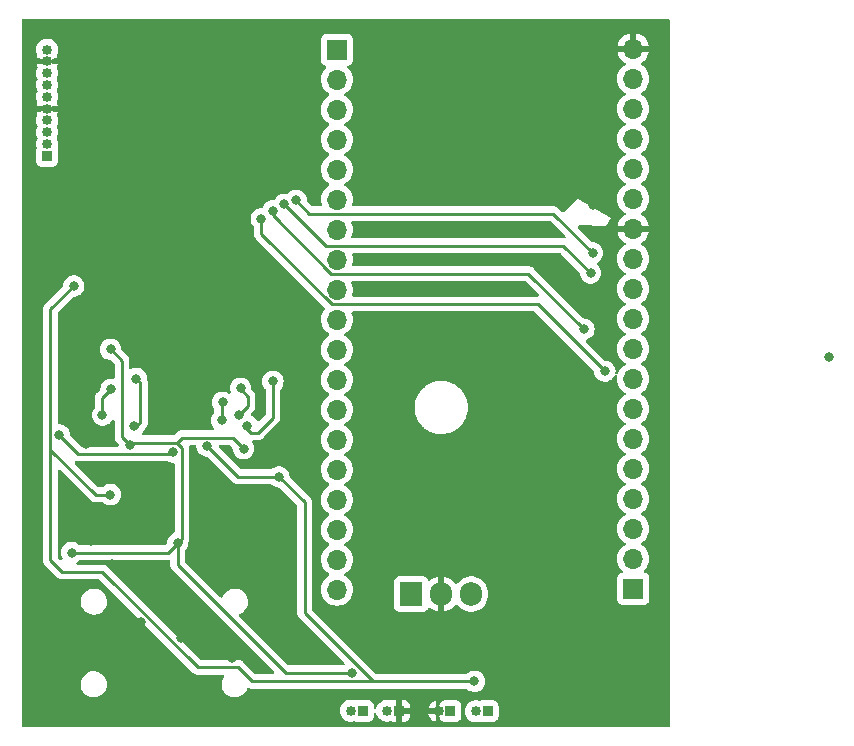
<source format=gbr>
%TF.GenerationSoftware,KiCad,Pcbnew,7.0.2-0*%
%TF.CreationDate,2023-06-05T11:27:31+02:00*%
%TF.ProjectId,Quest_EMG,51756573-745f-4454-9d47-2e6b69636164,rev?*%
%TF.SameCoordinates,Original*%
%TF.FileFunction,Copper,L2,Bot*%
%TF.FilePolarity,Positive*%
%FSLAX46Y46*%
G04 Gerber Fmt 4.6, Leading zero omitted, Abs format (unit mm)*
G04 Created by KiCad (PCBNEW 7.0.2-0) date 2023-06-05 11:27:31*
%MOMM*%
%LPD*%
G01*
G04 APERTURE LIST*
%TA.AperFunction,ComponentPad*%
%ADD10R,1.700000X1.700000*%
%TD*%
%TA.AperFunction,ComponentPad*%
%ADD11O,1.700000X1.700000*%
%TD*%
%TA.AperFunction,ComponentPad*%
%ADD12R,1.905000X2.000000*%
%TD*%
%TA.AperFunction,ComponentPad*%
%ADD13O,1.905000X2.000000*%
%TD*%
%TA.AperFunction,ComponentPad*%
%ADD14R,0.850000X0.850000*%
%TD*%
%TA.AperFunction,ComponentPad*%
%ADD15O,0.850000X0.850000*%
%TD*%
%TA.AperFunction,ViaPad*%
%ADD16C,0.800000*%
%TD*%
%TA.AperFunction,Conductor*%
%ADD17C,0.250000*%
%TD*%
G04 APERTURE END LIST*
D10*
%TO.P,J1,1,Pin_1*%
%TO.N,/Bluetooth ESP/CLK*%
X136350000Y-67310000D03*
D11*
%TO.P,J1,2,Pin_2*%
%TO.N,/Bluetooth ESP/D0*%
X136350000Y-64770000D03*
%TO.P,J1,3,Pin_3*%
%TO.N,/Bluetooth ESP/D1*%
X136350000Y-62230000D03*
%TO.P,J1,4,Pin_4*%
%TO.N,unconnected-(J1-Pin_4-Pad4)*%
X136350000Y-59690000D03*
%TO.P,J1,5,Pin_5*%
%TO.N,/Bluetooth ESP/2*%
X136350000Y-57150000D03*
%TO.P,J1,6,Pin_6*%
%TO.N,/Bluetooth ESP/0*%
X136350000Y-54610000D03*
%TO.P,J1,7,Pin_7*%
%TO.N,/Bluetooth ESP/4*%
X136350000Y-52070000D03*
%TO.P,J1,8,Pin_8*%
%TO.N,/Bluetooth ESP/16*%
X136350000Y-49530000D03*
%TO.P,J1,9,Pin_9*%
%TO.N,/Bluetooth ESP/17*%
X136350000Y-46990000D03*
%TO.P,J1,10,Pin_10*%
%TO.N,/Bluetooth ESP/5*%
X136350000Y-44450000D03*
%TO.P,J1,11,Pin_11*%
%TO.N,/Bluetooth ESP/18*%
X136350000Y-41910000D03*
%TO.P,J1,12,Pin_12*%
%TO.N,/Bluetooth ESP/19*%
X136350000Y-39370000D03*
%TO.P,J1,13,Pin_13*%
%TO.N,GND*%
X136350000Y-36830000D03*
%TO.P,J1,14,Pin_14*%
%TO.N,/Bluetooth ESP/21*%
X136350000Y-34290000D03*
%TO.P,J1,15,Pin_15*%
%TO.N,/Bluetooth ESP/RX*%
X136350000Y-31750000D03*
%TO.P,J1,16,Pin_16*%
%TO.N,/Bluetooth ESP/TX*%
X136350000Y-29210000D03*
%TO.P,J1,17,Pin_17*%
%TO.N,/Bluetooth ESP/22*%
X136350000Y-26670000D03*
%TO.P,J1,18,Pin_18*%
%TO.N,/Bluetooth ESP/23*%
X136350000Y-24130000D03*
%TO.P,J1,19,Pin_19*%
%TO.N,GND*%
X136350000Y-21590000D03*
%TD*%
D12*
%TO.P,U4,1,IN*%
%TO.N,+9V*%
X117549000Y-67759000D03*
D13*
%TO.P,U4,2,GND*%
%TO.N,GND*%
X120089000Y-67759000D03*
%TO.P,U4,3,OUT*%
%TO.N,+5V*%
X122629000Y-67759000D03*
%TD*%
D14*
%TO.P,BT2,1,+*%
%TO.N,Net-(BT2-+)*%
X124019000Y-77675000D03*
D15*
%TO.P,BT2,2,-*%
%TO.N,Net-(BT2--)*%
X123019000Y-77675000D03*
%TD*%
D14*
%TO.P,BT3,1,+*%
%TO.N,Net-(BT2--)*%
X120868000Y-77664000D03*
D15*
%TO.P,BT3,2,-*%
%TO.N,GND*%
X119868000Y-77664000D03*
%TD*%
D14*
%TO.P,J5,1,Pin_1*%
%TO.N,/Bluetooth ESP/16*%
X86724000Y-30657000D03*
D15*
%TO.P,J5,2,Pin_2*%
%TO.N,/Bluetooth ESP/17*%
X86724000Y-29657000D03*
%TO.P,J5,3,Pin_3*%
%TO.N,/Bluetooth ESP/18*%
X86724000Y-28657000D03*
%TO.P,J5,4,Pin_4*%
%TO.N,/Bluetooth ESP/19*%
X86724000Y-27657000D03*
%TO.P,J5,5,Pin_5*%
%TO.N,GND*%
X86724000Y-26657000D03*
%TO.P,J5,6,Pin_6*%
%TO.N,/Bluetooth ESP/22*%
X86724000Y-25657000D03*
%TO.P,J5,7,Pin_7*%
%TO.N,/Bluetooth ESP/35*%
X86724000Y-24657000D03*
%TO.P,J5,8,Pin_8*%
%TO.N,/Bluetooth ESP/34*%
X86724000Y-23657000D03*
%TO.P,J5,9,Pin_9*%
%TO.N,GND*%
X86724000Y-22657000D03*
%TO.P,J5,10,Pin_10*%
%TO.N,/Bluetooth ESP/3V3*%
X86724000Y-21657000D03*
%TD*%
D10*
%TO.P,J2,1,Pin_1*%
%TO.N,/Bluetooth ESP/3V3*%
X111252000Y-21670000D03*
D11*
%TO.P,J2,2,Pin_2*%
%TO.N,/Bluetooth ESP/EN*%
X111252000Y-24210000D03*
%TO.P,J2,3,Pin_3*%
%TO.N,/Bluetooth ESP/VP*%
X111252000Y-26750000D03*
%TO.P,J2,4,Pin_4*%
%TO.N,/Bluetooth ESP/VN*%
X111252000Y-29290000D03*
%TO.P,J2,5,Pin_5*%
%TO.N,/Bluetooth ESP/34*%
X111252000Y-31830000D03*
%TO.P,J2,6,Pin_6*%
%TO.N,/Bluetooth ESP/35*%
X111252000Y-34370000D03*
%TO.P,J2,7,Pin_7*%
%TO.N,32*%
X111252000Y-36910000D03*
%TO.P,J2,8,Pin_8*%
%TO.N,33*%
X111252000Y-39450000D03*
%TO.P,J2,9,Pin_9*%
%TO.N,/Bluetooth ESP/25*%
X111252000Y-41990000D03*
%TO.P,J2,10,Pin_10*%
%TO.N,/Bluetooth ESP/26*%
X111252000Y-44530000D03*
%TO.P,J2,11,Pin_11*%
%TO.N,/Bluetooth ESP/27*%
X111252000Y-47070000D03*
%TO.P,J2,12,Pin_12*%
%TO.N,/Bluetooth ESP/14*%
X111252000Y-49610000D03*
%TO.P,J2,13,Pin_13*%
%TO.N,/Bluetooth ESP/12*%
X111252000Y-52150000D03*
%TO.P,J2,14,Pin_14*%
%TO.N,unconnected-(J2-Pin_14-Pad14)*%
X111252000Y-54690000D03*
%TO.P,J2,15,Pin_15*%
%TO.N,/Bluetooth ESP/13*%
X111252000Y-57230000D03*
%TO.P,J2,16,Pin_16*%
%TO.N,/Bluetooth ESP/D2*%
X111252000Y-59770000D03*
%TO.P,J2,17,Pin_17*%
%TO.N,/Bluetooth ESP/D3*%
X111252000Y-62310000D03*
%TO.P,J2,18,Pin_18*%
%TO.N,/Bluetooth ESP/CMD*%
X111252000Y-64850000D03*
%TO.P,J2,19,Pin_19*%
%TO.N,+5V*%
X111252000Y-67390000D03*
%TD*%
D14*
%TO.P,BT1,1,+*%
%TO.N,GND*%
X116502000Y-77648000D03*
D15*
%TO.P,BT1,2,-*%
%TO.N,Net-(BT1--)*%
X115502000Y-77648000D03*
%TD*%
D14*
%TO.P,BT4,1,+*%
%TO.N,Net-(BT1--)*%
X113440000Y-77651000D03*
D15*
%TO.P,BT4,2,-*%
%TO.N,Net-(BT4--)*%
X112440000Y-77651000D03*
%TD*%
D16*
%TO.N,*%
X152938000Y-47650000D03*
%TO.N,GND*%
X136173000Y-76696000D03*
X133761000Y-54973000D03*
X108675000Y-23069000D03*
X121220000Y-26599000D03*
X102388000Y-73212000D03*
X127104000Y-59870000D03*
X105189000Y-41500000D03*
X100627000Y-78053000D03*
X96111000Y-44416000D03*
X94831000Y-73982000D03*
X133871000Y-65097000D03*
X119486000Y-39508000D03*
X90833000Y-71341000D03*
X130735000Y-50407000D03*
X133596000Y-60145000D03*
X130680000Y-64767000D03*
X108565000Y-26591000D03*
X119405000Y-37090000D03*
X88706000Y-71635000D03*
X114287000Y-22088000D03*
X96496000Y-39409000D03*
X103185000Y-25070000D03*
X130515000Y-68508000D03*
X109034000Y-44093000D03*
X130845000Y-60200000D03*
X100480000Y-69580000D03*
X100554000Y-72001000D03*
X114649000Y-36929000D03*
X127214000Y-68618000D03*
X122943000Y-41923000D03*
X126831000Y-77870000D03*
X106862000Y-69801000D03*
X117023000Y-73945000D03*
X107168000Y-60877000D03*
X93254000Y-69764000D03*
X114287000Y-26517000D03*
X87868000Y-39243000D03*
X126248000Y-36651000D03*
X130735000Y-55138000D03*
X126337000Y-39428000D03*
X121697000Y-30010000D03*
X93071000Y-71671000D03*
X105887000Y-23143000D03*
X137762000Y-71903000D03*
X130793000Y-27039000D03*
X97876000Y-67160000D03*
X107156000Y-72368000D03*
X86831000Y-35387000D03*
X103813000Y-46837000D03*
X109430000Y-76256000D03*
X114470000Y-39429000D03*
X115000000Y-45565000D03*
X117552000Y-30084000D03*
X96710000Y-32306000D03*
X126539000Y-22418000D03*
X112108000Y-69874000D03*
X117845000Y-21831000D03*
X131967000Y-42510000D03*
X117059000Y-72368000D03*
X93034000Y-73762000D03*
X90474000Y-32379000D03*
X89989000Y-55048000D03*
X127159000Y-64602000D03*
X90095000Y-26639000D03*
X117992000Y-26416000D03*
X132920000Y-34807000D03*
X115057000Y-41996000D03*
X130622000Y-72025000D03*
X91619000Y-58035000D03*
X102273000Y-44361000D03*
X101392000Y-35888000D03*
X120282000Y-45400000D03*
X113758000Y-68884000D03*
X101067000Y-65839000D03*
X108492000Y-30400000D03*
X94978000Y-72185000D03*
X113685000Y-71855000D03*
X119334000Y-73725000D03*
X95750000Y-61975000D03*
X103818000Y-78164000D03*
X109357000Y-78053000D03*
X126829000Y-50572000D03*
X92193000Y-65198000D03*
X108325000Y-46452000D03*
X115262000Y-70387000D03*
X126355000Y-30267000D03*
X127049000Y-55138000D03*
X96427000Y-57883000D03*
X98696000Y-47387000D03*
X133706000Y-68453000D03*
X130720000Y-30487000D03*
X90446000Y-63250000D03*
X127003000Y-72416000D03*
X126502000Y-26819000D03*
X103121000Y-65729000D03*
X90613000Y-73579000D03*
X133752000Y-71830000D03*
X90182000Y-22640000D03*
X88229000Y-77980000D03*
X93139000Y-35851000D03*
X121477000Y-21904000D03*
X94637201Y-70141799D03*
X107376000Y-62795000D03*
X88779000Y-68627000D03*
X126664000Y-45675000D03*
X98057042Y-71438443D03*
X114287000Y-30185000D03*
X106637000Y-55015000D03*
%TO.N,+9V*%
X88980000Y-41682000D03*
X92083000Y-59343000D03*
X122906391Y-75149000D03*
X100269000Y-55234000D03*
X106344000Y-57832000D03*
%TO.N,-9V*%
X97778000Y-63426000D03*
X93768000Y-55181000D03*
X92098002Y-47037000D03*
X112504232Y-74424500D03*
X88811000Y-64244000D03*
X103356000Y-55439000D03*
%TO.N,RL_conn*%
X97417500Y-55751353D03*
X87734497Y-54267498D03*
%TO.N,Net-(IC1-OUT_B)*%
X92135000Y-50420000D03*
X91408005Y-52609000D03*
%TO.N,Net-(IC2-OUT_B)*%
X102952213Y-52622386D03*
X103107366Y-50329056D03*
%TO.N,/Bluetooth ESP/16*%
X104855000Y-35981000D03*
X133942000Y-48892000D03*
%TO.N,/Bluetooth ESP/17*%
X132181000Y-45334000D03*
X105808000Y-35321000D03*
%TO.N,/Bluetooth ESP/18*%
X106799000Y-34770000D03*
X132731000Y-40566000D03*
%TO.N,/Bluetooth ESP/19*%
X107812000Y-34428000D03*
X132915000Y-38879000D03*
%TO.N,Net-(IC2-+VS)*%
X101576000Y-51526000D03*
X101506000Y-53044000D03*
%TO.N,32*%
X94290000Y-49511000D03*
X94109492Y-53527500D03*
%TO.N,33*%
X103675000Y-53492000D03*
X105841000Y-49755000D03*
%TD*%
D17*
%TO.N,GND*%
X89989000Y-55048000D02*
X89989000Y-54712000D01*
X94475000Y-63250000D02*
X95750000Y-61975000D01*
X90446000Y-63250000D02*
X94475000Y-63250000D01*
X89989000Y-54712000D02*
X89916000Y-54639000D01*
%TO.N,+9V*%
X102907412Y-73957000D02*
X99477000Y-73957000D01*
X90831604Y-59343000D02*
X92083000Y-59343000D01*
X88000000Y-65891000D02*
X87009497Y-64900497D01*
X102867000Y-57832000D02*
X106344000Y-57832000D01*
X99477000Y-73957000D02*
X91411000Y-65891000D01*
X87009497Y-43652503D02*
X87009497Y-55520893D01*
X106344000Y-57832000D02*
X108518000Y-60006000D01*
X114331000Y-75149000D02*
X104099412Y-75149000D01*
X91411000Y-65891000D02*
X88000000Y-65891000D01*
X100269000Y-55234000D02*
X102867000Y-57832000D01*
X87009497Y-55520893D02*
X90831604Y-59343000D01*
X108518000Y-69336000D02*
X114331000Y-75149000D01*
X87009497Y-64900497D02*
X87009497Y-55520893D01*
X104099412Y-75149000D02*
X102907412Y-73957000D01*
X114331000Y-75149000D02*
X122906391Y-75149000D01*
X108518000Y-60006000D02*
X108518000Y-69336000D01*
X88980000Y-41682000D02*
X87009497Y-43652503D01*
%TO.N,-9V*%
X98142000Y-63062000D02*
X97778000Y-63426000D01*
X93768000Y-55181000D02*
X93999790Y-54949210D01*
X93058000Y-54471000D02*
X93058000Y-47997000D01*
X97778000Y-63426000D02*
X96960000Y-64244000D01*
X93999790Y-54949210D02*
X97711309Y-54949210D01*
X98151519Y-54509000D02*
X97711309Y-54949210D01*
X103356000Y-55439000D02*
X102426000Y-54509000D01*
X93768000Y-55181000D02*
X93058000Y-54471000D01*
X98142000Y-55379901D02*
X98142000Y-63062000D01*
X97711309Y-54949210D02*
X98142000Y-55379901D01*
X106910088Y-74424500D02*
X112504232Y-74424500D01*
X97778000Y-63426000D02*
X97778000Y-65292412D01*
X97778000Y-65292412D02*
X106910088Y-74424500D01*
X102426000Y-54509000D02*
X98151519Y-54509000D01*
X96960000Y-64244000D02*
X88811000Y-64244000D01*
X93058000Y-47997000D02*
X92098002Y-47037000D01*
%TO.N,RL_conn*%
X87734497Y-54267498D02*
X89372499Y-55905500D01*
X97263353Y-55905500D02*
X97417500Y-55751353D01*
X89372499Y-55905500D02*
X97263353Y-55905500D01*
%TO.N,Net-(IC1-OUT_B)*%
X91408005Y-51146995D02*
X92135000Y-50420000D01*
X91408005Y-52609000D02*
X91408005Y-51146995D01*
%TO.N,Net-(IC2-OUT_B)*%
X103107366Y-50439270D02*
X103732998Y-51064902D01*
X103732998Y-51841601D02*
X102952213Y-52622386D01*
X103732998Y-51064902D02*
X103732998Y-51841601D01*
X103107366Y-50329056D02*
X103107366Y-50439270D01*
%TO.N,/Bluetooth ESP/16*%
X128257000Y-43207000D02*
X133942000Y-48892000D01*
X104855000Y-37254701D02*
X110807299Y-43207000D01*
X104855000Y-35981000D02*
X104855000Y-37254701D01*
X110807299Y-43207000D02*
X128257000Y-43207000D01*
%TO.N,/Bluetooth ESP/17*%
X110765299Y-40625000D02*
X127472000Y-40625000D01*
X127472000Y-40625000D02*
X132181000Y-45334000D01*
X105808000Y-35667701D02*
X110765299Y-40625000D01*
X105808000Y-35321000D02*
X105808000Y-35667701D01*
%TO.N,/Bluetooth ESP/18*%
X130440000Y-38275000D02*
X132731000Y-40566000D01*
X110304000Y-38275000D02*
X130440000Y-38275000D01*
X106799000Y-34770000D02*
X110304000Y-38275000D01*
%TO.N,/Bluetooth ESP/19*%
X129581000Y-35545000D02*
X132915000Y-38879000D01*
X108929000Y-35545000D02*
X129581000Y-35545000D01*
X107812000Y-34428000D02*
X108929000Y-35545000D01*
%TO.N,Net-(IC2-+VS)*%
X101506000Y-51596000D02*
X101576000Y-51526000D01*
X101506000Y-53044000D02*
X101506000Y-51596000D01*
%TO.N,32*%
X94290000Y-49511000D02*
X94625000Y-49846000D01*
X94321500Y-53527500D02*
X94109492Y-53527500D01*
X94625000Y-49846000D02*
X94625000Y-53224000D01*
X94625000Y-53224000D02*
X94321500Y-53527500D01*
%TO.N,33*%
X104568000Y-54091000D02*
X105841000Y-52818000D01*
X103675000Y-53492000D02*
X103675000Y-53779000D01*
X105841000Y-52818000D02*
X105841000Y-49755000D01*
X104547000Y-54112000D02*
X104568000Y-54091000D01*
X104008000Y-54112000D02*
X104547000Y-54112000D01*
X103675000Y-53779000D02*
X104008000Y-54112000D01*
%TD*%
%TA.AperFunction,Conductor*%
%TO.N,GND*%
G36*
X89202254Y-56511832D02*
G01*
X89239749Y-56517770D01*
X89251179Y-56520138D01*
X89266721Y-56524129D01*
X89293479Y-56531000D01*
X89293480Y-56531000D01*
X89313515Y-56531000D01*
X89332912Y-56532526D01*
X89352695Y-56535660D01*
X89396173Y-56531550D01*
X89407843Y-56531000D01*
X96928296Y-56531000D01*
X96978732Y-56541721D01*
X97137697Y-56612497D01*
X97322852Y-56651853D01*
X97392500Y-56651853D01*
X97459539Y-56671538D01*
X97505294Y-56724342D01*
X97516500Y-56775853D01*
X97516500Y-62476180D01*
X97496815Y-62543219D01*
X97444011Y-62588974D01*
X97442936Y-62589459D01*
X97325269Y-62641848D01*
X97172129Y-62753110D01*
X97045466Y-62893783D01*
X96950820Y-63057715D01*
X96892326Y-63237742D01*
X96874679Y-63405650D01*
X96848094Y-63470264D01*
X96839046Y-63480361D01*
X96737226Y-63582182D01*
X96675906Y-63615666D01*
X96649547Y-63618500D01*
X89514747Y-63618500D01*
X89447708Y-63598815D01*
X89422599Y-63577473D01*
X89416871Y-63571112D01*
X89263730Y-63459849D01*
X89263729Y-63459848D01*
X89263727Y-63459847D01*
X89090802Y-63382855D01*
X88905648Y-63343500D01*
X88905646Y-63343500D01*
X88716354Y-63343500D01*
X88716352Y-63343500D01*
X88531197Y-63382855D01*
X88358269Y-63459848D01*
X88205129Y-63571110D01*
X88078466Y-63711783D01*
X87983820Y-63875715D01*
X87925326Y-64055742D01*
X87905540Y-64243999D01*
X87925326Y-64432257D01*
X87983820Y-64612283D01*
X88029168Y-64690829D01*
X88045640Y-64758729D01*
X88022787Y-64824756D01*
X87967865Y-64867946D01*
X87898312Y-64874587D01*
X87836209Y-64842570D01*
X87834168Y-64840578D01*
X87671313Y-64677722D01*
X87637831Y-64616402D01*
X87634997Y-64590044D01*
X87634997Y-57330345D01*
X87654682Y-57263306D01*
X87707486Y-57217551D01*
X87776644Y-57207607D01*
X87840200Y-57236632D01*
X87846678Y-57242664D01*
X90330801Y-59726787D01*
X90343702Y-59742889D01*
X90345816Y-59744874D01*
X90345818Y-59744877D01*
X90372570Y-59769999D01*
X90394844Y-59790916D01*
X90397640Y-59793626D01*
X90417134Y-59813120D01*
X90420219Y-59815513D01*
X90420305Y-59815580D01*
X90429177Y-59823158D01*
X90461022Y-59853062D01*
X90478578Y-59862714D01*
X90494835Y-59873392D01*
X90510668Y-59885674D01*
X90526789Y-59892649D01*
X90550760Y-59903023D01*
X90561247Y-59908160D01*
X90599512Y-59929197D01*
X90618920Y-59934180D01*
X90637314Y-59940478D01*
X90655709Y-59948438D01*
X90698858Y-59955271D01*
X90710284Y-59957638D01*
X90725826Y-59961629D01*
X90752584Y-59968500D01*
X90752585Y-59968500D01*
X90772620Y-59968500D01*
X90792017Y-59970026D01*
X90811800Y-59973160D01*
X90855278Y-59969050D01*
X90866948Y-59968500D01*
X91379253Y-59968500D01*
X91446292Y-59988185D01*
X91471400Y-60009526D01*
X91477129Y-60015888D01*
X91630270Y-60127151D01*
X91630271Y-60127151D01*
X91630272Y-60127152D01*
X91803197Y-60204144D01*
X91988352Y-60243500D01*
X91988354Y-60243500D01*
X92177648Y-60243500D01*
X92301084Y-60217262D01*
X92362803Y-60204144D01*
X92535730Y-60127151D01*
X92688871Y-60015888D01*
X92815533Y-59875216D01*
X92910179Y-59711284D01*
X92968674Y-59531256D01*
X92988460Y-59343000D01*
X92968674Y-59154744D01*
X92910179Y-58974716D01*
X92910179Y-58974715D01*
X92815533Y-58810783D01*
X92688870Y-58670110D01*
X92535730Y-58558848D01*
X92362802Y-58481855D01*
X92177648Y-58442500D01*
X92177646Y-58442500D01*
X91988354Y-58442500D01*
X91988352Y-58442500D01*
X91803197Y-58481855D01*
X91630272Y-58558847D01*
X91579184Y-58595965D01*
X91477129Y-58670112D01*
X91471401Y-58676472D01*
X91411916Y-58713121D01*
X91379253Y-58717500D01*
X91142056Y-58717500D01*
X91075017Y-58697815D01*
X91054375Y-58681181D01*
X89367786Y-56994592D01*
X89095181Y-56721986D01*
X89061697Y-56660665D01*
X89066681Y-56590973D01*
X89108553Y-56535040D01*
X89174017Y-56510623D01*
X89202254Y-56511832D01*
G37*
%TD.AperFunction*%
%TA.AperFunction,Conductor*%
G36*
X97092227Y-64885345D02*
G01*
X97139620Y-64936685D01*
X97152500Y-64991716D01*
X97152500Y-65209668D01*
X97150235Y-65230178D01*
X97152439Y-65300284D01*
X97152500Y-65304179D01*
X97152500Y-65331762D01*
X97152988Y-65335631D01*
X97152989Y-65335637D01*
X97153004Y-65335755D01*
X97153918Y-65347379D01*
X97155290Y-65391038D01*
X97160879Y-65410272D01*
X97164825Y-65429328D01*
X97167335Y-65449204D01*
X97183414Y-65489816D01*
X97187197Y-65500863D01*
X97199382Y-65542803D01*
X97209580Y-65560047D01*
X97218136Y-65577512D01*
X97225514Y-65596144D01*
X97225515Y-65596145D01*
X97251180Y-65631471D01*
X97257593Y-65641234D01*
X97279826Y-65678828D01*
X97279829Y-65678831D01*
X97279830Y-65678832D01*
X97293995Y-65692997D01*
X97306627Y-65707787D01*
X97318406Y-65723999D01*
X97352058Y-65751838D01*
X97360699Y-65759701D01*
X105912817Y-74311819D01*
X105946302Y-74373142D01*
X105941318Y-74442834D01*
X105899446Y-74498767D01*
X105833982Y-74523184D01*
X105825136Y-74523500D01*
X104409864Y-74523500D01*
X104342825Y-74503815D01*
X104322183Y-74487181D01*
X103408214Y-73573211D01*
X103395318Y-73557113D01*
X103344187Y-73509098D01*
X103341390Y-73506387D01*
X103324639Y-73489636D01*
X103321883Y-73486880D01*
X103318702Y-73484412D01*
X103309834Y-73476837D01*
X103277994Y-73446938D01*
X103260436Y-73437285D01*
X103244176Y-73426604D01*
X103228348Y-73414327D01*
X103188263Y-73396980D01*
X103177773Y-73391841D01*
X103139503Y-73370802D01*
X103120103Y-73365821D01*
X103101696Y-73359519D01*
X103083309Y-73351562D01*
X103040170Y-73344729D01*
X103028736Y-73342361D01*
X102986431Y-73331500D01*
X102966396Y-73331500D01*
X102946998Y-73329973D01*
X102939574Y-73328797D01*
X102927217Y-73326840D01*
X102927216Y-73326840D01*
X102894163Y-73329964D01*
X102883737Y-73330950D01*
X102872068Y-73331500D01*
X99787452Y-73331500D01*
X99720413Y-73311815D01*
X99699771Y-73295181D01*
X91911802Y-65507211D01*
X91898906Y-65491113D01*
X91847775Y-65443098D01*
X91844978Y-65440387D01*
X91828227Y-65423636D01*
X91825471Y-65420880D01*
X91822290Y-65418412D01*
X91813422Y-65410837D01*
X91781582Y-65380938D01*
X91764024Y-65371285D01*
X91747764Y-65360604D01*
X91731936Y-65348327D01*
X91691851Y-65330980D01*
X91681361Y-65325841D01*
X91643091Y-65304802D01*
X91623691Y-65299821D01*
X91605284Y-65293519D01*
X91586897Y-65285562D01*
X91543758Y-65278729D01*
X91532324Y-65276361D01*
X91490019Y-65265500D01*
X91469984Y-65265500D01*
X91450586Y-65263973D01*
X91443162Y-65262797D01*
X91430805Y-65260840D01*
X91430804Y-65260840D01*
X91397751Y-65263964D01*
X91387325Y-65264950D01*
X91375656Y-65265500D01*
X89314011Y-65265500D01*
X89246972Y-65245815D01*
X89201217Y-65193011D01*
X89191273Y-65123853D01*
X89220298Y-65060297D01*
X89253237Y-65035882D01*
X89253186Y-65035812D01*
X89260643Y-65030393D01*
X89263575Y-65028221D01*
X89263727Y-65028153D01*
X89291029Y-65008317D01*
X89416871Y-64916888D01*
X89422598Y-64910527D01*
X89482084Y-64873879D01*
X89514747Y-64869500D01*
X96877256Y-64869500D01*
X96897762Y-64871764D01*
X96900665Y-64871672D01*
X96900667Y-64871673D01*
X96967872Y-64869561D01*
X96971768Y-64869500D01*
X96995448Y-64869500D01*
X96999350Y-64869500D01*
X97003313Y-64868999D01*
X97014953Y-64868081D01*
X97024605Y-64867777D01*
X97092227Y-64885345D01*
G37*
%TD.AperFunction*%
%TA.AperFunction,Conductor*%
G36*
X99308471Y-55154185D02*
G01*
X99354226Y-55206989D01*
X99364752Y-55245537D01*
X99368375Y-55280000D01*
X99383326Y-55422257D01*
X99441820Y-55602284D01*
X99536466Y-55766216D01*
X99663129Y-55906889D01*
X99816269Y-56018151D01*
X99989197Y-56095144D01*
X100174352Y-56134500D01*
X100174354Y-56134500D01*
X100233548Y-56134500D01*
X100300587Y-56154185D01*
X100321228Y-56170818D01*
X101352530Y-57202121D01*
X102366196Y-58215787D01*
X102379096Y-58231888D01*
X102430223Y-58279900D01*
X102433020Y-58282611D01*
X102452529Y-58302120D01*
X102455709Y-58304587D01*
X102464571Y-58312155D01*
X102496418Y-58342062D01*
X102513972Y-58351712D01*
X102530236Y-58362396D01*
X102541972Y-58371499D01*
X102546064Y-58374673D01*
X102570909Y-58385424D01*
X102586152Y-58392021D01*
X102596631Y-58397154D01*
X102634908Y-58418197D01*
X102654306Y-58423177D01*
X102672708Y-58429477D01*
X102691104Y-58437438D01*
X102734261Y-58444273D01*
X102745664Y-58446634D01*
X102787981Y-58457500D01*
X102808016Y-58457500D01*
X102827413Y-58459026D01*
X102847196Y-58462160D01*
X102890674Y-58458050D01*
X102902344Y-58457500D01*
X105640253Y-58457500D01*
X105707292Y-58477185D01*
X105732400Y-58498526D01*
X105738129Y-58504888D01*
X105891270Y-58616151D01*
X105891271Y-58616151D01*
X105891272Y-58616152D01*
X106064197Y-58693144D01*
X106249352Y-58732500D01*
X106249354Y-58732500D01*
X106308548Y-58732500D01*
X106375587Y-58752185D01*
X106396229Y-58768819D01*
X107856181Y-60228771D01*
X107889666Y-60290094D01*
X107892500Y-60316452D01*
X107892499Y-69253256D01*
X107890235Y-69273763D01*
X107892439Y-69343872D01*
X107892500Y-69347767D01*
X107892500Y-69375350D01*
X107892988Y-69379219D01*
X107892989Y-69379225D01*
X107893004Y-69379343D01*
X107893918Y-69390967D01*
X107895290Y-69434626D01*
X107900879Y-69453860D01*
X107904825Y-69472916D01*
X107907335Y-69492792D01*
X107923414Y-69533404D01*
X107927197Y-69544451D01*
X107939382Y-69586391D01*
X107949580Y-69603635D01*
X107958136Y-69621100D01*
X107965514Y-69639732D01*
X107965515Y-69639733D01*
X107991180Y-69675059D01*
X107997593Y-69684822D01*
X108019826Y-69722416D01*
X108019829Y-69722419D01*
X108019830Y-69722420D01*
X108033995Y-69736585D01*
X108046627Y-69751375D01*
X108058406Y-69767587D01*
X108092058Y-69795426D01*
X108100699Y-69803289D01*
X111884728Y-73587319D01*
X111918213Y-73648642D01*
X111913229Y-73718334D01*
X111871357Y-73774267D01*
X111805893Y-73798684D01*
X111797047Y-73799000D01*
X107220540Y-73799000D01*
X107153501Y-73779315D01*
X107132859Y-73762681D01*
X102993623Y-69623444D01*
X102960138Y-69562121D01*
X102965122Y-69492429D01*
X103006994Y-69436496D01*
X103024485Y-69425547D01*
X103026869Y-69424317D01*
X103026875Y-69424316D01*
X103213682Y-69328011D01*
X103378886Y-69198092D01*
X103516519Y-69039256D01*
X103621604Y-68857244D01*
X103690344Y-68658633D01*
X103720254Y-68450602D01*
X103710254Y-68240670D01*
X103660704Y-68036424D01*
X103632886Y-67975511D01*
X103573397Y-67845247D01*
X103451487Y-67674050D01*
X103451486Y-67674048D01*
X103299378Y-67529014D01*
X103267257Y-67508371D01*
X103122574Y-67415387D01*
X102966609Y-67352949D01*
X102927457Y-67337275D01*
X102927456Y-67337274D01*
X102927454Y-67337274D01*
X102721086Y-67297500D01*
X102721085Y-67297500D01*
X102563575Y-67297500D01*
X102560645Y-67297779D01*
X102560619Y-67297781D01*
X102406784Y-67312471D01*
X102205126Y-67371683D01*
X102018315Y-67467990D01*
X101853115Y-67597906D01*
X101715479Y-67756745D01*
X101610396Y-67938755D01*
X101597675Y-67975511D01*
X101557146Y-68032425D01*
X101492281Y-68058393D01*
X101423674Y-68045169D01*
X101392814Y-68022635D01*
X98439819Y-65069640D01*
X98406334Y-65008317D01*
X98403500Y-64981959D01*
X98403500Y-64124687D01*
X98423185Y-64057648D01*
X98435350Y-64041714D01*
X98510533Y-63958216D01*
X98544954Y-63898598D01*
X98605179Y-63794284D01*
X98631985Y-63711783D01*
X98663674Y-63614256D01*
X98683460Y-63426000D01*
X98683456Y-63425963D01*
X98683479Y-63425811D01*
X98684822Y-63413038D01*
X98685423Y-63413101D01*
X98692972Y-63363758D01*
X98702026Y-63342834D01*
X98707160Y-63332356D01*
X98728197Y-63294092D01*
X98733178Y-63274688D01*
X98739480Y-63256283D01*
X98747438Y-63237895D01*
X98754270Y-63194748D01*
X98756639Y-63183316D01*
X98767500Y-63141020D01*
X98767500Y-63120983D01*
X98769027Y-63101584D01*
X98769056Y-63101401D01*
X98772160Y-63081804D01*
X98768050Y-63038324D01*
X98767500Y-63026655D01*
X98767500Y-55462641D01*
X98769763Y-55442140D01*
X98769664Y-55439000D01*
X98767561Y-55372045D01*
X98767500Y-55368151D01*
X98767500Y-55344445D01*
X98767500Y-55344444D01*
X98767500Y-55340551D01*
X98766998Y-55336582D01*
X98766080Y-55324925D01*
X98764821Y-55284858D01*
X98764709Y-55281274D01*
X98764708Y-55281273D01*
X98764217Y-55265614D01*
X98768223Y-55265488D01*
X98768341Y-55223233D01*
X98806280Y-55164560D01*
X98869916Y-55135713D01*
X98887220Y-55134500D01*
X99241432Y-55134500D01*
X99308471Y-55154185D01*
G37*
%TD.AperFunction*%
%TA.AperFunction,Conductor*%
G36*
X127228587Y-41270185D02*
G01*
X127249229Y-41286819D01*
X128330251Y-42367841D01*
X128363736Y-42429164D01*
X128358752Y-42498856D01*
X128316880Y-42554789D01*
X128254246Y-42578971D01*
X128233332Y-42580949D01*
X128221656Y-42581500D01*
X112653249Y-42581500D01*
X112586210Y-42561815D01*
X112540455Y-42509011D01*
X112530511Y-42439853D01*
X112533474Y-42425407D01*
X112587063Y-42225407D01*
X112607659Y-41990000D01*
X112587063Y-41754592D01*
X112562159Y-41661649D01*
X112525903Y-41526337D01*
X112479537Y-41426905D01*
X112469045Y-41357828D01*
X112497565Y-41294044D01*
X112556041Y-41255804D01*
X112591919Y-41250500D01*
X127161548Y-41250500D01*
X127228587Y-41270185D01*
G37*
%TD.AperFunction*%
%TA.AperFunction,Conductor*%
G36*
X129337587Y-36190185D02*
G01*
X129358229Y-36206819D01*
X130589229Y-37437819D01*
X130622714Y-37499142D01*
X130617730Y-37568834D01*
X130575858Y-37624767D01*
X130510394Y-37649184D01*
X130501548Y-37649500D01*
X130498984Y-37649500D01*
X130479586Y-37647973D01*
X130472162Y-37646797D01*
X130459805Y-37644840D01*
X130459804Y-37644840D01*
X130426751Y-37647964D01*
X130416325Y-37648950D01*
X130404656Y-37649500D01*
X112591919Y-37649500D01*
X112524880Y-37629815D01*
X112479125Y-37577011D01*
X112469181Y-37507853D01*
X112479537Y-37473095D01*
X112495986Y-37437819D01*
X112525903Y-37373663D01*
X112587063Y-37145408D01*
X112607659Y-36910000D01*
X112587063Y-36674592D01*
X112525903Y-36446337D01*
X112479537Y-36346905D01*
X112469045Y-36277828D01*
X112497565Y-36214044D01*
X112556041Y-36175804D01*
X112591919Y-36170500D01*
X129270548Y-36170500D01*
X129337587Y-36190185D01*
G37*
%TD.AperFunction*%
%TA.AperFunction,Conductor*%
G36*
X139389039Y-19069685D02*
G01*
X139434794Y-19122489D01*
X139446000Y-19174000D01*
X139446000Y-78870000D01*
X139426315Y-78937039D01*
X139373511Y-78982794D01*
X139322000Y-78994000D01*
X84706000Y-78994000D01*
X84638961Y-78974315D01*
X84593206Y-78921511D01*
X84582000Y-78870000D01*
X84582000Y-77651000D01*
X111509402Y-77651000D01*
X111529738Y-77844482D01*
X111529739Y-77844485D01*
X111589855Y-78029507D01*
X111687129Y-78197992D01*
X111817308Y-78342570D01*
X111974699Y-78456921D01*
X111974700Y-78456921D01*
X111974701Y-78456922D01*
X112028604Y-78480921D01*
X112152431Y-78536052D01*
X112342724Y-78576500D01*
X112342726Y-78576500D01*
X112537276Y-78576500D01*
X112740319Y-78533342D01*
X112740903Y-78536090D01*
X112790932Y-78529374D01*
X112815465Y-78535758D01*
X112907517Y-78570091D01*
X112967127Y-78576500D01*
X113912872Y-78576499D01*
X113972483Y-78570091D01*
X114107331Y-78519796D01*
X114222546Y-78433546D01*
X114308796Y-78318331D01*
X114359091Y-78183483D01*
X114365500Y-78123873D01*
X114365499Y-77928095D01*
X114385183Y-77861058D01*
X114437987Y-77815303D01*
X114507145Y-77805359D01*
X114570701Y-77834384D01*
X114607430Y-77889779D01*
X114651855Y-78026508D01*
X114749129Y-78194992D01*
X114879308Y-78339570D01*
X115036699Y-78453921D01*
X115036700Y-78453921D01*
X115036701Y-78453922D01*
X115125564Y-78493486D01*
X115214431Y-78533052D01*
X115404724Y-78573500D01*
X115404726Y-78573500D01*
X115599275Y-78573500D01*
X115746872Y-78542127D01*
X115789571Y-78533051D01*
X115789571Y-78533050D01*
X115802320Y-78530341D01*
X115802862Y-78532892D01*
X115853591Y-78526086D01*
X115878124Y-78532470D01*
X115969628Y-78566599D01*
X116025867Y-78572645D01*
X116032482Y-78573000D01*
X116252000Y-78573000D01*
X116252000Y-78233189D01*
X116268613Y-78171189D01*
X116301317Y-78114543D01*
X116352144Y-78026508D01*
X116399653Y-77880286D01*
X116404455Y-77883495D01*
X116477376Y-77898000D01*
X116526624Y-77898000D01*
X116752000Y-77898000D01*
X116752000Y-78573000D01*
X116971518Y-78573000D01*
X116978132Y-78572645D01*
X117034371Y-78566599D01*
X117169089Y-78516352D01*
X117284188Y-78430188D01*
X117370352Y-78315089D01*
X117420599Y-78180371D01*
X117426645Y-78124132D01*
X117427000Y-78117518D01*
X117427000Y-77914000D01*
X118976628Y-77914000D01*
X119018315Y-78042304D01*
X119115536Y-78210696D01*
X119245643Y-78355193D01*
X119402952Y-78469486D01*
X119580585Y-78548572D01*
X119617999Y-78556524D01*
X119618000Y-78556524D01*
X119618000Y-77914000D01*
X118976628Y-77914000D01*
X117427000Y-77914000D01*
X117427000Y-77898000D01*
X116752000Y-77898000D01*
X116526624Y-77898000D01*
X116599545Y-77883495D01*
X116682240Y-77828240D01*
X116737495Y-77745545D01*
X116753715Y-77664000D01*
X119613102Y-77664000D01*
X119632505Y-77761545D01*
X119687760Y-77844240D01*
X119770455Y-77899495D01*
X119843376Y-77914000D01*
X119892624Y-77914000D01*
X119942500Y-77904078D01*
X119942500Y-78133560D01*
X119942500Y-78133578D01*
X119942501Y-78136872D01*
X119942853Y-78140152D01*
X119942854Y-78140159D01*
X119948909Y-78196484D01*
X119954210Y-78210696D01*
X119999204Y-78331331D01*
X120025584Y-78366570D01*
X120093266Y-78456982D01*
X120117683Y-78522447D01*
X120117999Y-78531292D01*
X120117999Y-78556523D01*
X120118000Y-78556524D01*
X120168166Y-78545863D01*
X120168783Y-78548766D01*
X120218272Y-78542127D01*
X120242803Y-78548511D01*
X120317845Y-78576500D01*
X120335517Y-78583091D01*
X120395127Y-78589500D01*
X121340872Y-78589499D01*
X121400483Y-78583091D01*
X121535331Y-78532796D01*
X121650546Y-78446546D01*
X121736796Y-78331331D01*
X121787091Y-78196483D01*
X121793500Y-78136873D01*
X121793500Y-77675000D01*
X122088402Y-77675000D01*
X122108738Y-77868482D01*
X122108739Y-77868485D01*
X122168855Y-78053507D01*
X122266129Y-78221992D01*
X122396308Y-78366570D01*
X122553699Y-78480921D01*
X122731431Y-78560052D01*
X122921724Y-78600500D01*
X122921726Y-78600500D01*
X123116276Y-78600500D01*
X123319319Y-78557342D01*
X123319903Y-78560090D01*
X123369932Y-78553374D01*
X123394465Y-78559758D01*
X123486517Y-78594091D01*
X123546127Y-78600500D01*
X124491872Y-78600499D01*
X124551483Y-78594091D01*
X124686331Y-78543796D01*
X124801546Y-78457546D01*
X124887796Y-78342331D01*
X124938091Y-78207483D01*
X124944500Y-78147873D01*
X124944499Y-77202128D01*
X124938091Y-77142517D01*
X124887796Y-77007669D01*
X124801546Y-76892454D01*
X124686331Y-76806204D01*
X124551483Y-76755909D01*
X124491873Y-76749500D01*
X124488550Y-76749500D01*
X123549439Y-76749500D01*
X123549420Y-76749500D01*
X123546128Y-76749501D01*
X123542848Y-76749853D01*
X123542840Y-76749854D01*
X123486515Y-76755909D01*
X123394472Y-76790239D01*
X123324780Y-76795223D01*
X123312568Y-76791223D01*
X123116276Y-76749500D01*
X123116274Y-76749500D01*
X122921726Y-76749500D01*
X122921724Y-76749500D01*
X122731431Y-76789947D01*
X122553699Y-76869078D01*
X122396308Y-76983429D01*
X122266129Y-77128007D01*
X122168855Y-77296492D01*
X122116537Y-77457514D01*
X122108738Y-77481518D01*
X122088402Y-77675000D01*
X121793500Y-77675000D01*
X121793499Y-77191128D01*
X121787091Y-77131517D01*
X121736796Y-76996669D01*
X121650546Y-76881454D01*
X121535331Y-76795204D01*
X121400483Y-76744909D01*
X121340873Y-76738500D01*
X121337550Y-76738500D01*
X120398439Y-76738500D01*
X120398420Y-76738500D01*
X120395128Y-76738501D01*
X120391848Y-76738853D01*
X120391840Y-76738854D01*
X120335513Y-76744909D01*
X120242802Y-76779488D01*
X120173110Y-76784472D01*
X120161944Y-76780815D01*
X120118000Y-76771474D01*
X120118000Y-76796706D01*
X120098315Y-76863745D01*
X120093267Y-76871017D01*
X119999204Y-76996668D01*
X119948909Y-77131516D01*
X119943542Y-77181439D01*
X119942500Y-77191127D01*
X119942500Y-77194448D01*
X119942500Y-77194449D01*
X119942500Y-77423921D01*
X119892624Y-77414000D01*
X119843376Y-77414000D01*
X119770455Y-77428505D01*
X119687760Y-77483760D01*
X119632505Y-77566455D01*
X119613102Y-77664000D01*
X116753715Y-77664000D01*
X116756898Y-77648000D01*
X116737495Y-77550455D01*
X116682240Y-77467760D01*
X116601781Y-77413999D01*
X118976627Y-77413999D01*
X118976628Y-77414000D01*
X119618000Y-77414000D01*
X119618000Y-77413999D01*
X119617999Y-76771474D01*
X119580585Y-76779427D01*
X119402952Y-76858513D01*
X119245643Y-76972805D01*
X119115536Y-77117303D01*
X119018315Y-77285695D01*
X118976627Y-77413999D01*
X116601781Y-77413999D01*
X116599545Y-77412505D01*
X116526624Y-77398000D01*
X116477376Y-77398000D01*
X116404455Y-77412505D01*
X116399653Y-77415713D01*
X116352144Y-77269492D01*
X116315163Y-77205439D01*
X116268613Y-77124811D01*
X116252000Y-77062811D01*
X116252000Y-76723000D01*
X116752000Y-76723000D01*
X116752000Y-77398000D01*
X117427000Y-77398000D01*
X117427000Y-77178481D01*
X117426645Y-77171867D01*
X117420599Y-77115628D01*
X117370352Y-76980910D01*
X117284188Y-76865811D01*
X117169089Y-76779647D01*
X117034371Y-76729400D01*
X116978132Y-76723354D01*
X116971518Y-76723000D01*
X116752000Y-76723000D01*
X116252000Y-76723000D01*
X116032482Y-76723000D01*
X116025867Y-76723354D01*
X115969626Y-76729400D01*
X115878124Y-76763529D01*
X115808432Y-76768513D01*
X115794903Y-76764081D01*
X115599276Y-76722500D01*
X115599274Y-76722500D01*
X115404726Y-76722500D01*
X115404724Y-76722500D01*
X115214431Y-76762947D01*
X115036699Y-76842078D01*
X114879308Y-76956429D01*
X114749129Y-77101007D01*
X114651855Y-77269491D01*
X114607430Y-77406222D01*
X114567993Y-77463897D01*
X114503634Y-77491096D01*
X114434788Y-77479182D01*
X114383312Y-77431938D01*
X114365499Y-77367904D01*
X114365499Y-77181439D01*
X114365499Y-77178128D01*
X114359091Y-77118517D01*
X114308796Y-76983669D01*
X114222546Y-76868454D01*
X114107331Y-76782204D01*
X113972483Y-76731909D01*
X113912873Y-76725500D01*
X113909550Y-76725500D01*
X112970439Y-76725500D01*
X112970420Y-76725500D01*
X112967128Y-76725501D01*
X112963848Y-76725853D01*
X112963840Y-76725854D01*
X112907515Y-76731909D01*
X112815472Y-76766239D01*
X112745780Y-76771223D01*
X112733568Y-76767223D01*
X112537276Y-76725500D01*
X112537274Y-76725500D01*
X112342726Y-76725500D01*
X112342724Y-76725500D01*
X112152431Y-76765947D01*
X111974699Y-76845078D01*
X111817308Y-76959429D01*
X111687129Y-77104007D01*
X111589855Y-77272492D01*
X111529739Y-77457514D01*
X111529738Y-77457518D01*
X111509402Y-77651000D01*
X84582000Y-77651000D01*
X84582000Y-75345396D01*
X89573746Y-75345396D01*
X89583746Y-75555330D01*
X89633297Y-75759580D01*
X89720602Y-75950752D01*
X89790921Y-76049500D01*
X89842514Y-76121952D01*
X89994622Y-76266986D01*
X90066964Y-76313478D01*
X90171425Y-76380612D01*
X90210580Y-76396287D01*
X90366543Y-76458725D01*
X90495233Y-76483528D01*
X90572914Y-76498500D01*
X90572915Y-76498500D01*
X90727471Y-76498500D01*
X90730425Y-76498500D01*
X90733376Y-76498218D01*
X90733380Y-76498218D01*
X90790644Y-76492749D01*
X90887218Y-76483528D01*
X91088875Y-76424316D01*
X91275682Y-76328011D01*
X91440886Y-76198092D01*
X91578519Y-76039256D01*
X91683604Y-75857244D01*
X91752344Y-75658633D01*
X91782254Y-75450602D01*
X91772254Y-75240670D01*
X91722704Y-75036424D01*
X91722702Y-75036419D01*
X91635397Y-74845247D01*
X91513487Y-74674050D01*
X91513486Y-74674048D01*
X91361378Y-74529014D01*
X91322168Y-74503815D01*
X91184574Y-74415387D01*
X91022407Y-74350466D01*
X90989457Y-74337275D01*
X90989456Y-74337274D01*
X90989454Y-74337274D01*
X90783086Y-74297500D01*
X90783085Y-74297500D01*
X90625575Y-74297500D01*
X90622645Y-74297779D01*
X90622619Y-74297781D01*
X90468784Y-74312471D01*
X90267126Y-74371683D01*
X90080315Y-74467990D01*
X89915115Y-74597906D01*
X89777479Y-74756745D01*
X89672396Y-74938754D01*
X89603655Y-75137366D01*
X89573746Y-75345396D01*
X84582000Y-75345396D01*
X84582000Y-68345398D01*
X89573746Y-68345398D01*
X89581946Y-68517545D01*
X89583746Y-68555330D01*
X89633297Y-68759580D01*
X89720602Y-68950752D01*
X89810439Y-69076909D01*
X89842514Y-69121952D01*
X89994622Y-69266986D01*
X90066964Y-69313478D01*
X90171425Y-69380612D01*
X90182711Y-69385130D01*
X90366543Y-69458725D01*
X90495233Y-69483528D01*
X90572914Y-69498500D01*
X90572915Y-69498500D01*
X90727471Y-69498500D01*
X90730425Y-69498500D01*
X90733376Y-69498218D01*
X90733380Y-69498218D01*
X90794003Y-69492429D01*
X90887218Y-69483528D01*
X91088875Y-69424316D01*
X91275682Y-69328011D01*
X91440886Y-69198092D01*
X91578519Y-69039256D01*
X91683604Y-68857244D01*
X91752344Y-68658633D01*
X91782254Y-68450602D01*
X91772254Y-68240670D01*
X91722704Y-68036424D01*
X91694886Y-67975511D01*
X91635397Y-67845247D01*
X91513487Y-67674050D01*
X91513486Y-67674048D01*
X91361378Y-67529014D01*
X91329257Y-67508371D01*
X91184574Y-67415387D01*
X91028609Y-67352949D01*
X90989457Y-67337275D01*
X90989456Y-67337274D01*
X90989454Y-67337274D01*
X90783086Y-67297500D01*
X90783085Y-67297500D01*
X90625575Y-67297500D01*
X90622645Y-67297779D01*
X90622619Y-67297781D01*
X90468784Y-67312471D01*
X90267126Y-67371683D01*
X90080315Y-67467990D01*
X89915115Y-67597906D01*
X89777479Y-67756745D01*
X89672396Y-67938754D01*
X89603655Y-68137366D01*
X89585822Y-68261404D01*
X89573746Y-68345398D01*
X84582000Y-68345398D01*
X84582000Y-43632697D01*
X86379337Y-43632697D01*
X86383447Y-43676176D01*
X86383997Y-43687846D01*
X86383997Y-55438149D01*
X86381732Y-55458659D01*
X86383936Y-55528765D01*
X86383997Y-55532660D01*
X86383997Y-64817753D01*
X86381732Y-64838263D01*
X86383936Y-64908369D01*
X86383997Y-64912264D01*
X86383997Y-64939847D01*
X86384485Y-64943716D01*
X86384486Y-64943722D01*
X86384501Y-64943840D01*
X86385415Y-64955464D01*
X86386787Y-64999123D01*
X86392376Y-65018357D01*
X86396322Y-65037413D01*
X86398832Y-65057289D01*
X86414911Y-65097901D01*
X86418694Y-65108948D01*
X86430879Y-65150888D01*
X86441077Y-65168132D01*
X86449633Y-65185597D01*
X86457011Y-65204229D01*
X86457012Y-65204230D01*
X86482677Y-65239556D01*
X86489090Y-65249319D01*
X86511323Y-65286913D01*
X86511326Y-65286916D01*
X86511327Y-65286917D01*
X86525492Y-65301082D01*
X86538124Y-65315872D01*
X86549903Y-65332084D01*
X86583555Y-65359923D01*
X86592196Y-65367786D01*
X87499197Y-66274787D01*
X87512098Y-66290889D01*
X87514212Y-66292874D01*
X87514214Y-66292877D01*
X87520329Y-66298619D01*
X87563240Y-66338916D01*
X87566036Y-66341626D01*
X87585530Y-66361120D01*
X87588615Y-66363513D01*
X87588701Y-66363580D01*
X87597573Y-66371158D01*
X87629418Y-66401062D01*
X87646974Y-66410714D01*
X87663231Y-66421392D01*
X87679064Y-66433674D01*
X87695185Y-66440649D01*
X87719156Y-66451023D01*
X87729643Y-66456160D01*
X87767908Y-66477197D01*
X87787316Y-66482180D01*
X87805710Y-66488478D01*
X87824105Y-66496438D01*
X87867254Y-66503271D01*
X87878680Y-66505638D01*
X87894222Y-66509629D01*
X87920980Y-66516500D01*
X87920981Y-66516500D01*
X87941016Y-66516500D01*
X87960413Y-66518026D01*
X87980196Y-66521160D01*
X88023674Y-66517050D01*
X88035344Y-66516500D01*
X91100548Y-66516500D01*
X91167587Y-66536185D01*
X91188229Y-66552819D01*
X98976197Y-74340787D01*
X98989098Y-74356889D01*
X98991212Y-74358874D01*
X98991214Y-74358877D01*
X99006405Y-74373142D01*
X99040240Y-74404916D01*
X99043036Y-74407626D01*
X99062530Y-74427120D01*
X99065615Y-74429513D01*
X99065701Y-74429580D01*
X99074573Y-74437158D01*
X99106418Y-74467062D01*
X99123974Y-74476714D01*
X99140231Y-74487392D01*
X99156064Y-74499674D01*
X99165634Y-74503815D01*
X99196156Y-74517023D01*
X99206643Y-74522160D01*
X99244908Y-74543197D01*
X99264316Y-74548180D01*
X99282710Y-74554478D01*
X99301105Y-74562438D01*
X99344254Y-74569271D01*
X99355680Y-74571638D01*
X99371222Y-74575629D01*
X99397980Y-74582500D01*
X99397981Y-74582500D01*
X99418016Y-74582500D01*
X99437413Y-74584026D01*
X99457196Y-74587160D01*
X99500674Y-74583050D01*
X99512344Y-74582500D01*
X101601307Y-74582500D01*
X101668346Y-74602185D01*
X101714101Y-74654989D01*
X101724045Y-74724147D01*
X101708694Y-74768498D01*
X101701641Y-74780716D01*
X101610396Y-74938754D01*
X101541655Y-75137366D01*
X101511746Y-75345396D01*
X101521746Y-75555330D01*
X101571297Y-75759580D01*
X101658602Y-75950752D01*
X101728921Y-76049500D01*
X101780514Y-76121952D01*
X101932622Y-76266986D01*
X102004964Y-76313478D01*
X102109425Y-76380612D01*
X102148580Y-76396287D01*
X102304543Y-76458725D01*
X102433233Y-76483528D01*
X102510914Y-76498500D01*
X102510915Y-76498500D01*
X102665471Y-76498500D01*
X102668425Y-76498500D01*
X102671376Y-76498218D01*
X102671380Y-76498218D01*
X102728644Y-76492749D01*
X102825218Y-76483528D01*
X103026875Y-76424316D01*
X103213682Y-76328011D01*
X103378886Y-76198092D01*
X103516519Y-76039256D01*
X103621604Y-75857244D01*
X103648152Y-75780536D01*
X103688677Y-75723627D01*
X103753542Y-75697659D01*
X103814578Y-75707296D01*
X103818571Y-75709024D01*
X103829055Y-75714160D01*
X103867320Y-75735197D01*
X103886728Y-75740180D01*
X103905122Y-75746478D01*
X103923517Y-75754438D01*
X103966666Y-75761271D01*
X103978092Y-75763638D01*
X103993634Y-75767629D01*
X104020392Y-75774500D01*
X104020393Y-75774500D01*
X104040428Y-75774500D01*
X104059825Y-75776026D01*
X104079608Y-75779160D01*
X104123086Y-75775050D01*
X104134756Y-75774500D01*
X114251981Y-75774500D01*
X114272016Y-75774500D01*
X114291415Y-75776027D01*
X114311196Y-75779160D01*
X114354674Y-75775050D01*
X114366344Y-75774500D01*
X122202644Y-75774500D01*
X122269683Y-75794185D01*
X122294791Y-75815526D01*
X122300520Y-75821888D01*
X122453661Y-75933151D01*
X122453662Y-75933151D01*
X122453663Y-75933152D01*
X122626588Y-76010144D01*
X122811743Y-76049500D01*
X122811745Y-76049500D01*
X123001039Y-76049500D01*
X123124475Y-76023262D01*
X123186194Y-76010144D01*
X123359121Y-75933151D01*
X123512261Y-75821889D01*
X123517989Y-75815528D01*
X123638924Y-75681216D01*
X123733570Y-75517284D01*
X123792065Y-75337256D01*
X123811851Y-75149000D01*
X123792065Y-74960744D01*
X123733570Y-74780716D01*
X123733570Y-74780715D01*
X123638924Y-74616783D01*
X123512261Y-74476110D01*
X123359121Y-74364848D01*
X123186193Y-74287855D01*
X123001039Y-74248500D01*
X123001037Y-74248500D01*
X122811745Y-74248500D01*
X122811743Y-74248500D01*
X122626588Y-74287855D01*
X122453663Y-74364847D01*
X122394783Y-74407626D01*
X122300520Y-74476112D01*
X122294792Y-74482472D01*
X122235307Y-74519121D01*
X122202644Y-74523500D01*
X114641453Y-74523500D01*
X114574414Y-74503815D01*
X114553772Y-74487181D01*
X109179819Y-69113228D01*
X109146334Y-69051905D01*
X109143500Y-69025547D01*
X109143500Y-68803578D01*
X116096000Y-68803578D01*
X116096001Y-68806872D01*
X116096353Y-68810152D01*
X116096354Y-68810159D01*
X116102409Y-68866484D01*
X116120229Y-68914262D01*
X116152704Y-69001331D01*
X116238954Y-69116546D01*
X116354169Y-69202796D01*
X116489017Y-69253091D01*
X116548627Y-69259500D01*
X118549372Y-69259499D01*
X118608983Y-69253091D01*
X118743831Y-69202796D01*
X118859046Y-69116546D01*
X118945296Y-69001331D01*
X118956909Y-68970194D01*
X118998779Y-68914262D01*
X119064243Y-68889845D01*
X119132516Y-68904696D01*
X119149252Y-68915675D01*
X119291836Y-69026652D01*
X119503539Y-69141219D01*
X119731208Y-69219379D01*
X119839000Y-69237366D01*
X119839000Y-68304881D01*
X119932369Y-68343556D01*
X120049677Y-68359000D01*
X120128323Y-68359000D01*
X120245631Y-68343556D01*
X120338999Y-68304881D01*
X120338999Y-69237365D01*
X120446791Y-69219379D01*
X120674460Y-69141219D01*
X120886164Y-69026651D01*
X121076122Y-68878801D01*
X121239155Y-68701700D01*
X121254892Y-68677614D01*
X121308038Y-68632257D01*
X121377269Y-68622833D01*
X121440605Y-68652334D01*
X121462509Y-68677613D01*
X121462510Y-68677614D01*
X121478449Y-68702010D01*
X121641537Y-68879171D01*
X121831561Y-69027072D01*
X122043336Y-69141679D01*
X122271087Y-69219866D01*
X122508601Y-69259500D01*
X122749399Y-69259500D01*
X122986913Y-69219866D01*
X123214664Y-69141679D01*
X123426439Y-69027072D01*
X123616463Y-68879171D01*
X123779551Y-68702010D01*
X123911255Y-68500422D01*
X124007983Y-68279905D01*
X124067095Y-68046476D01*
X124082000Y-67866600D01*
X124082000Y-67651400D01*
X124067095Y-67471524D01*
X124007983Y-67238095D01*
X123911255Y-67017578D01*
X123779551Y-66815990D01*
X123616463Y-66638829D01*
X123426439Y-66490928D01*
X123214664Y-66376321D01*
X123214660Y-66376319D01*
X123214659Y-66376319D01*
X122986915Y-66298134D01*
X122749399Y-66258500D01*
X122508601Y-66258500D01*
X122271084Y-66298134D01*
X122043340Y-66376319D01*
X122043336Y-66376320D01*
X122043336Y-66376321D01*
X121971052Y-66415439D01*
X121831559Y-66490929D01*
X121641536Y-66638829D01*
X121478446Y-66815992D01*
X121462508Y-66840388D01*
X121409361Y-66885743D01*
X121340129Y-66895165D01*
X121276794Y-66865662D01*
X121254892Y-66840385D01*
X121239153Y-66816294D01*
X121076126Y-66639201D01*
X120886164Y-66491348D01*
X120674460Y-66376780D01*
X120446792Y-66298619D01*
X120339000Y-66280633D01*
X120338999Y-67213118D01*
X120245631Y-67174444D01*
X120128323Y-67159000D01*
X120049677Y-67159000D01*
X119932369Y-67174444D01*
X119839000Y-67213118D01*
X119839000Y-66280633D01*
X119838999Y-66280633D01*
X119731207Y-66298619D01*
X119503539Y-66376780D01*
X119291835Y-66491348D01*
X119149252Y-66602324D01*
X119084258Y-66627966D01*
X119015718Y-66614399D01*
X118965393Y-66565930D01*
X118956910Y-66547810D01*
X118945296Y-66516669D01*
X118859046Y-66401454D01*
X118743831Y-66315204D01*
X118608983Y-66264909D01*
X118549373Y-66258500D01*
X118546050Y-66258500D01*
X116551939Y-66258500D01*
X116551920Y-66258500D01*
X116548628Y-66258501D01*
X116545348Y-66258853D01*
X116545340Y-66258854D01*
X116489015Y-66264909D01*
X116354169Y-66315204D01*
X116238954Y-66401454D01*
X116152704Y-66516668D01*
X116107003Y-66639201D01*
X116102409Y-66651517D01*
X116096000Y-66711127D01*
X116096000Y-66714448D01*
X116096000Y-66714449D01*
X116096000Y-68803560D01*
X116096000Y-68803578D01*
X109143500Y-68803578D01*
X109143500Y-60088739D01*
X109145763Y-60068238D01*
X109144118Y-60015889D01*
X109143561Y-59998144D01*
X109143500Y-59994250D01*
X109143500Y-59970544D01*
X109143500Y-59966650D01*
X109142998Y-59962681D01*
X109142080Y-59951024D01*
X109141627Y-59936605D01*
X109140709Y-59907373D01*
X109135120Y-59888137D01*
X109131176Y-59869093D01*
X109128664Y-59849208D01*
X109112582Y-59808591D01*
X109108798Y-59797540D01*
X109107661Y-59793626D01*
X109096617Y-59755610D01*
X109092886Y-59749302D01*
X109086421Y-59738369D01*
X109077863Y-59720902D01*
X109070486Y-59702268D01*
X109044798Y-59666912D01*
X109038409Y-59657184D01*
X109016170Y-59619579D01*
X109002006Y-59605415D01*
X108989369Y-59590620D01*
X108977595Y-59574414D01*
X108977594Y-59574413D01*
X108943935Y-59546568D01*
X108935305Y-59538714D01*
X107282960Y-57886369D01*
X107249475Y-57825046D01*
X107247323Y-57811668D01*
X107229674Y-57643744D01*
X107171729Y-57465408D01*
X107171179Y-57463715D01*
X107076533Y-57299783D01*
X106949870Y-57159110D01*
X106796730Y-57047848D01*
X106623802Y-56970855D01*
X106438648Y-56931500D01*
X106438646Y-56931500D01*
X106249354Y-56931500D01*
X106249352Y-56931500D01*
X106064197Y-56970855D01*
X105891272Y-57047847D01*
X105789176Y-57122024D01*
X105738129Y-57159112D01*
X105732401Y-57165472D01*
X105672916Y-57202121D01*
X105640253Y-57206500D01*
X103177452Y-57206500D01*
X103110413Y-57186815D01*
X103089771Y-57170181D01*
X101265772Y-55346181D01*
X101232287Y-55284858D01*
X101237271Y-55215166D01*
X101279143Y-55159233D01*
X101344607Y-55134816D01*
X101353453Y-55134500D01*
X102115548Y-55134500D01*
X102182587Y-55154185D01*
X102203229Y-55170819D01*
X102417038Y-55384628D01*
X102450523Y-55445951D01*
X102452678Y-55459347D01*
X102470326Y-55627257D01*
X102528820Y-55807284D01*
X102623466Y-55971216D01*
X102750129Y-56111889D01*
X102903269Y-56223151D01*
X103076197Y-56300144D01*
X103261352Y-56339500D01*
X103261354Y-56339500D01*
X103450648Y-56339500D01*
X103601774Y-56307377D01*
X103635803Y-56300144D01*
X103808730Y-56223151D01*
X103961871Y-56111888D01*
X104088533Y-55971216D01*
X104183179Y-55807284D01*
X104241674Y-55627256D01*
X104261460Y-55439000D01*
X104241674Y-55250744D01*
X104204298Y-55135713D01*
X104183179Y-55070715D01*
X104098184Y-54923500D01*
X104081711Y-54855600D01*
X104104563Y-54789573D01*
X104159485Y-54746382D01*
X104205571Y-54737500D01*
X104464256Y-54737500D01*
X104484762Y-54739764D01*
X104487665Y-54739672D01*
X104487667Y-54739673D01*
X104554872Y-54737561D01*
X104558768Y-54737500D01*
X104582448Y-54737500D01*
X104586350Y-54737500D01*
X104590313Y-54736999D01*
X104601962Y-54736080D01*
X104645627Y-54734709D01*
X104664859Y-54729120D01*
X104683918Y-54725174D01*
X104690196Y-54724381D01*
X104703792Y-54722664D01*
X104744407Y-54706582D01*
X104755444Y-54702803D01*
X104797390Y-54690618D01*
X104814629Y-54680422D01*
X104832102Y-54671862D01*
X104850732Y-54664486D01*
X104886064Y-54638814D01*
X104895830Y-54632400D01*
X104903622Y-54627792D01*
X104933420Y-54610170D01*
X104947589Y-54596000D01*
X104962379Y-54583368D01*
X104978587Y-54571594D01*
X105006429Y-54537937D01*
X105014272Y-54529317D01*
X105038120Y-54505471D01*
X105038121Y-54505467D01*
X105048910Y-54494680D01*
X105048913Y-54494675D01*
X106224788Y-53318801D01*
X106240885Y-53305906D01*
X106242873Y-53303787D01*
X106242877Y-53303786D01*
X106288949Y-53254723D01*
X106291534Y-53252055D01*
X106311120Y-53232471D01*
X106313585Y-53229292D01*
X106321167Y-53220416D01*
X106340033Y-53200326D01*
X106351062Y-53188582D01*
X106360712Y-53171027D01*
X106371400Y-53154757D01*
X106383673Y-53138936D01*
X106401026Y-53098832D01*
X106406157Y-53088362D01*
X106407090Y-53086665D01*
X106427197Y-53050092D01*
X106432175Y-53030699D01*
X106438481Y-53012282D01*
X106445703Y-52995594D01*
X106446438Y-52993896D01*
X106453272Y-52950745D01*
X106455635Y-52939331D01*
X106466500Y-52897019D01*
X106466500Y-52876982D01*
X106468027Y-52857584D01*
X106471160Y-52837804D01*
X106467050Y-52794324D01*
X106466500Y-52782655D01*
X106466500Y-50453687D01*
X106486185Y-50386648D01*
X106498350Y-50370714D01*
X106501435Y-50367288D01*
X106573533Y-50287216D01*
X106574134Y-50286176D01*
X106668179Y-50123284D01*
X106690749Y-50053820D01*
X106726674Y-49943256D01*
X106746460Y-49755000D01*
X106726674Y-49566744D01*
X106668179Y-49386716D01*
X106668179Y-49386715D01*
X106573533Y-49222783D01*
X106446870Y-49082110D01*
X106293730Y-48970848D01*
X106120802Y-48893855D01*
X105935648Y-48854500D01*
X105935646Y-48854500D01*
X105746354Y-48854500D01*
X105746352Y-48854500D01*
X105561197Y-48893855D01*
X105388269Y-48970848D01*
X105235129Y-49082110D01*
X105108466Y-49222783D01*
X105013820Y-49386715D01*
X104955326Y-49566742D01*
X104935540Y-49755000D01*
X104955326Y-49943257D01*
X105013820Y-50123284D01*
X105108464Y-50287213D01*
X105183650Y-50370714D01*
X105213880Y-50433706D01*
X105215500Y-50453687D01*
X105215500Y-52507546D01*
X105195815Y-52574585D01*
X105179181Y-52595227D01*
X104670807Y-53103600D01*
X104609484Y-53137085D01*
X104539792Y-53132101D01*
X104483859Y-53090229D01*
X104475739Y-53077919D01*
X104407533Y-52959784D01*
X104280870Y-52819110D01*
X104127730Y-52707848D01*
X104032115Y-52665277D01*
X103978878Y-52620027D01*
X103958557Y-52553178D01*
X103977602Y-52485954D01*
X103994866Y-52464321D01*
X104116784Y-52342403D01*
X104132884Y-52329506D01*
X104134872Y-52327388D01*
X104134875Y-52327387D01*
X104180962Y-52278308D01*
X104183547Y-52275640D01*
X104203118Y-52256071D01*
X104205563Y-52252917D01*
X104213152Y-52244030D01*
X104243060Y-52212183D01*
X104252711Y-52194627D01*
X104263391Y-52178368D01*
X104275672Y-52162537D01*
X104293016Y-52122452D01*
X104298158Y-52111957D01*
X104305092Y-52099345D01*
X104319195Y-52073693D01*
X104324176Y-52054289D01*
X104330478Y-52035884D01*
X104338436Y-52017496D01*
X104345268Y-51974349D01*
X104347637Y-51962917D01*
X104358498Y-51920621D01*
X104358498Y-51900584D01*
X104360025Y-51881185D01*
X104363158Y-51861404D01*
X104359048Y-51817936D01*
X104358497Y-51806263D01*
X104358497Y-51476175D01*
X104358497Y-51147632D01*
X104360761Y-51127144D01*
X104360575Y-51121237D01*
X104358559Y-51057046D01*
X104358498Y-51053152D01*
X104358498Y-51029446D01*
X104358498Y-51029445D01*
X104358498Y-51025552D01*
X104357996Y-51021583D01*
X104357078Y-51009926D01*
X104357067Y-51009566D01*
X104355707Y-50966275D01*
X104350118Y-50947042D01*
X104346172Y-50927984D01*
X104343662Y-50908110D01*
X104338853Y-50895965D01*
X104327583Y-50867499D01*
X104323802Y-50856454D01*
X104311617Y-50814515D01*
X104311616Y-50814514D01*
X104311616Y-50814512D01*
X104301415Y-50797263D01*
X104292858Y-50779797D01*
X104285484Y-50761170D01*
X104259811Y-50725834D01*
X104253400Y-50716074D01*
X104244863Y-50701639D01*
X104231168Y-50678481D01*
X104217004Y-50664317D01*
X104204367Y-50649522D01*
X104192593Y-50633316D01*
X104177779Y-50621061D01*
X104158933Y-50605470D01*
X104150303Y-50597616D01*
X104042181Y-50489494D01*
X104008696Y-50428171D01*
X104006541Y-50388852D01*
X104012826Y-50329056D01*
X103993040Y-50140800D01*
X103954009Y-50020675D01*
X103934545Y-49960771D01*
X103839899Y-49796839D01*
X103713236Y-49656166D01*
X103560096Y-49544904D01*
X103387168Y-49467911D01*
X103202014Y-49428556D01*
X103202012Y-49428556D01*
X103012720Y-49428556D01*
X103012718Y-49428556D01*
X102827563Y-49467911D01*
X102654635Y-49544904D01*
X102501495Y-49656166D01*
X102374832Y-49796839D01*
X102280186Y-49960771D01*
X102221692Y-50140798D01*
X102201906Y-50329056D01*
X102221692Y-50517315D01*
X102258890Y-50631798D01*
X102260885Y-50701639D01*
X102224804Y-50761471D01*
X102162103Y-50792299D01*
X102092689Y-50784334D01*
X102068074Y-50770433D01*
X102028730Y-50741848D01*
X101855802Y-50664855D01*
X101670648Y-50625500D01*
X101670646Y-50625500D01*
X101481354Y-50625500D01*
X101481352Y-50625500D01*
X101296197Y-50664855D01*
X101123269Y-50741848D01*
X100970129Y-50853110D01*
X100843466Y-50993783D01*
X100748820Y-51157715D01*
X100690326Y-51337742D01*
X100670540Y-51526000D01*
X100690326Y-51714257D01*
X100748820Y-51894284D01*
X100843466Y-52058216D01*
X100848649Y-52063972D01*
X100878879Y-52126964D01*
X100880499Y-52146943D01*
X100880500Y-52345311D01*
X100860816Y-52412351D01*
X100848650Y-52428284D01*
X100773466Y-52511783D01*
X100678820Y-52675715D01*
X100620326Y-52855742D01*
X100600540Y-53044000D01*
X100620326Y-53232257D01*
X100678820Y-53412284D01*
X100773466Y-53576216D01*
X100863788Y-53676528D01*
X100894018Y-53739519D01*
X100885393Y-53808855D01*
X100840651Y-53862520D01*
X100773999Y-53883478D01*
X100771638Y-53883500D01*
X98234263Y-53883500D01*
X98213756Y-53881235D01*
X98143646Y-53883439D01*
X98139751Y-53883500D01*
X98112169Y-53883500D01*
X98108324Y-53883985D01*
X98108299Y-53883987D01*
X98108172Y-53884004D01*
X98096552Y-53884918D01*
X98052888Y-53886290D01*
X98033648Y-53891880D01*
X98014600Y-53895825D01*
X97994728Y-53898335D01*
X97954118Y-53914413D01*
X97943073Y-53918194D01*
X97901129Y-53930381D01*
X97883884Y-53940579D01*
X97866423Y-53949133D01*
X97847786Y-53956512D01*
X97812450Y-53982185D01*
X97802693Y-53988595D01*
X97765099Y-54010829D01*
X97750932Y-54024996D01*
X97736143Y-54037626D01*
X97719932Y-54049404D01*
X97692091Y-54083058D01*
X97684230Y-54091697D01*
X97488537Y-54287391D01*
X97427214Y-54320876D01*
X97400856Y-54323710D01*
X94882832Y-54323710D01*
X94815793Y-54304025D01*
X94770038Y-54251221D01*
X94760094Y-54182063D01*
X94789119Y-54118507D01*
X94790683Y-54116737D01*
X94842025Y-54059716D01*
X94861379Y-54026193D01*
X94936671Y-53895784D01*
X94975056Y-53777645D01*
X95005303Y-53728286D01*
X95008789Y-53724800D01*
X95024887Y-53711904D01*
X95026874Y-53709787D01*
X95026877Y-53709786D01*
X95072935Y-53660738D01*
X95075550Y-53658039D01*
X95095120Y-53638471D01*
X95097585Y-53635292D01*
X95105167Y-53626416D01*
X95135062Y-53594582D01*
X95144712Y-53577027D01*
X95155400Y-53560757D01*
X95158755Y-53556432D01*
X95167673Y-53544936D01*
X95185026Y-53504832D01*
X95190157Y-53494362D01*
X95211197Y-53456092D01*
X95216175Y-53436699D01*
X95222481Y-53418282D01*
X95227643Y-53406354D01*
X95230438Y-53399896D01*
X95237272Y-53356745D01*
X95239635Y-53345331D01*
X95250500Y-53303019D01*
X95250500Y-53282982D01*
X95252027Y-53263584D01*
X95255160Y-53243804D01*
X95251047Y-53200303D01*
X95250499Y-53188676D01*
X95250499Y-49928749D01*
X95252764Y-49908240D01*
X95252121Y-49887784D01*
X95250561Y-49838112D01*
X95250500Y-49834218D01*
X95250500Y-49810541D01*
X95250500Y-49806650D01*
X95249998Y-49802683D01*
X95249081Y-49791027D01*
X95247710Y-49747373D01*
X95242118Y-49728126D01*
X95238174Y-49709085D01*
X95235664Y-49689208D01*
X95219579Y-49648583D01*
X95215806Y-49637562D01*
X95203618Y-49595610D01*
X95203617Y-49595609D01*
X95199247Y-49580565D01*
X95203165Y-49579426D01*
X95192832Y-49538715D01*
X95193424Y-49530369D01*
X95195460Y-49511000D01*
X95175674Y-49322744D01*
X95118356Y-49146337D01*
X95117179Y-49142715D01*
X95022533Y-48978783D01*
X94895870Y-48838110D01*
X94742730Y-48726848D01*
X94569802Y-48649855D01*
X94384648Y-48610500D01*
X94384646Y-48610500D01*
X94195354Y-48610500D01*
X94195352Y-48610500D01*
X94010199Y-48649854D01*
X93857935Y-48717647D01*
X93788685Y-48726931D01*
X93725409Y-48697303D01*
X93688196Y-48638167D01*
X93683500Y-48604367D01*
X93683500Y-48079744D01*
X93685764Y-48059240D01*
X93684872Y-48030856D01*
X93683561Y-47989113D01*
X93683500Y-47985219D01*
X93683500Y-47961541D01*
X93683500Y-47957650D01*
X93682998Y-47953683D01*
X93682081Y-47942027D01*
X93680710Y-47898374D01*
X93675117Y-47879126D01*
X93671175Y-47860087D01*
X93668664Y-47840208D01*
X93652580Y-47799586D01*
X93648805Y-47788558D01*
X93636618Y-47746611D01*
X93626419Y-47729365D01*
X93617865Y-47711906D01*
X93610486Y-47693268D01*
X93584818Y-47657939D01*
X93578406Y-47648178D01*
X93556170Y-47610579D01*
X93542006Y-47596415D01*
X93529369Y-47581620D01*
X93517593Y-47565412D01*
X93483947Y-47537578D01*
X93475306Y-47529715D01*
X93036962Y-47091370D01*
X93003477Y-47030047D01*
X93001325Y-47016671D01*
X92983676Y-46848744D01*
X92925181Y-46668716D01*
X92925181Y-46668715D01*
X92830535Y-46504783D01*
X92703872Y-46364110D01*
X92550732Y-46252848D01*
X92377804Y-46175855D01*
X92192650Y-46136500D01*
X92192648Y-46136500D01*
X92003356Y-46136500D01*
X92003354Y-46136500D01*
X91818199Y-46175855D01*
X91645271Y-46252848D01*
X91492131Y-46364110D01*
X91365468Y-46504783D01*
X91270822Y-46668715D01*
X91212328Y-46848742D01*
X91192542Y-47036999D01*
X91212328Y-47225257D01*
X91270822Y-47405284D01*
X91365468Y-47569216D01*
X91492131Y-47709889D01*
X91645271Y-47821151D01*
X91818199Y-47898144D01*
X92003354Y-47937500D01*
X92003356Y-47937500D01*
X92062548Y-47937500D01*
X92129587Y-47957185D01*
X92150229Y-47973819D01*
X92396181Y-48219771D01*
X92429666Y-48281094D01*
X92432500Y-48307452D01*
X92432500Y-49409490D01*
X92412815Y-49476529D01*
X92360011Y-49522284D01*
X92290853Y-49532228D01*
X92282720Y-49530781D01*
X92270228Y-49528125D01*
X92229646Y-49519500D01*
X92040354Y-49519500D01*
X92040352Y-49519500D01*
X91855197Y-49558855D01*
X91682269Y-49635848D01*
X91529129Y-49747110D01*
X91402466Y-49887783D01*
X91307820Y-50051715D01*
X91249326Y-50231742D01*
X91231679Y-50399649D01*
X91205094Y-50464263D01*
X91196039Y-50474368D01*
X91024213Y-50646194D01*
X91008115Y-50659091D01*
X90960101Y-50710220D01*
X90957397Y-50713011D01*
X90940633Y-50729775D01*
X90940626Y-50729782D01*
X90937885Y-50732524D01*
X90935504Y-50735592D01*
X90935495Y-50735603D01*
X90935416Y-50735706D01*
X90927847Y-50744567D01*
X90897940Y-50776415D01*
X90888290Y-50793969D01*
X90877614Y-50810223D01*
X90865331Y-50826058D01*
X90847980Y-50866153D01*
X90842843Y-50876639D01*
X90821807Y-50914902D01*
X90816826Y-50934304D01*
X90810525Y-50952706D01*
X90802566Y-50971097D01*
X90795733Y-51014237D01*
X90793365Y-51025669D01*
X90782505Y-51067972D01*
X90782505Y-51088011D01*
X90780977Y-51107409D01*
X90777845Y-51127191D01*
X90780731Y-51157716D01*
X90781955Y-51170668D01*
X90782505Y-51182338D01*
X90782505Y-51910312D01*
X90762820Y-51977351D01*
X90750655Y-51993284D01*
X90675471Y-52076783D01*
X90580825Y-52240715D01*
X90522331Y-52420742D01*
X90502545Y-52609000D01*
X90522331Y-52797257D01*
X90580825Y-52977284D01*
X90675471Y-53141216D01*
X90802134Y-53281889D01*
X90955274Y-53393151D01*
X91128202Y-53470144D01*
X91313357Y-53509500D01*
X91313359Y-53509500D01*
X91502653Y-53509500D01*
X91632302Y-53481942D01*
X91687808Y-53470144D01*
X91860735Y-53393151D01*
X91926569Y-53345320D01*
X92013875Y-53281889D01*
X92037956Y-53255145D01*
X92140538Y-53141216D01*
X92201112Y-53036297D01*
X92251678Y-52988083D01*
X92320285Y-52974859D01*
X92385150Y-53000827D01*
X92425679Y-53057741D01*
X92432499Y-53098298D01*
X92432499Y-54388260D01*
X92430235Y-54408771D01*
X92432439Y-54478873D01*
X92432500Y-54482768D01*
X92432500Y-54510350D01*
X92432988Y-54514219D01*
X92432989Y-54514225D01*
X92433004Y-54514343D01*
X92433918Y-54525967D01*
X92435290Y-54569626D01*
X92440879Y-54588860D01*
X92444825Y-54607916D01*
X92447335Y-54627792D01*
X92463414Y-54668404D01*
X92467197Y-54679451D01*
X92479382Y-54721391D01*
X92489580Y-54738635D01*
X92498136Y-54756100D01*
X92505514Y-54774732D01*
X92505515Y-54774733D01*
X92531180Y-54810059D01*
X92537593Y-54819822D01*
X92559826Y-54857416D01*
X92559829Y-54857419D01*
X92559830Y-54857420D01*
X92573995Y-54871585D01*
X92586627Y-54886375D01*
X92598406Y-54902587D01*
X92632058Y-54930426D01*
X92640699Y-54938289D01*
X92770729Y-55068319D01*
X92804214Y-55129642D01*
X92799230Y-55199334D01*
X92757358Y-55255267D01*
X92691894Y-55279684D01*
X92683048Y-55280000D01*
X89682951Y-55280000D01*
X89615912Y-55260315D01*
X89595270Y-55243681D01*
X88673457Y-54321867D01*
X88639972Y-54260544D01*
X88637820Y-54247166D01*
X88620171Y-54079242D01*
X88575480Y-53941697D01*
X88561676Y-53899213D01*
X88467030Y-53735281D01*
X88340367Y-53594608D01*
X88187227Y-53483346D01*
X88014299Y-53406353D01*
X87829145Y-53366998D01*
X87829143Y-53366998D01*
X87758997Y-53366998D01*
X87691958Y-53347313D01*
X87646203Y-53294509D01*
X87634997Y-53242998D01*
X87634997Y-43962955D01*
X87654682Y-43895916D01*
X87671316Y-43875274D01*
X88927772Y-42618819D01*
X88989095Y-42585334D01*
X89015453Y-42582500D01*
X89074648Y-42582500D01*
X89205017Y-42554789D01*
X89259803Y-42543144D01*
X89432730Y-42466151D01*
X89468926Y-42439853D01*
X89585870Y-42354889D01*
X89712533Y-42214216D01*
X89807179Y-42050284D01*
X89807179Y-42050283D01*
X89865674Y-41870256D01*
X89885460Y-41682000D01*
X89865674Y-41493744D01*
X89807179Y-41313716D01*
X89807179Y-41313715D01*
X89712533Y-41149783D01*
X89585870Y-41009110D01*
X89432730Y-40897848D01*
X89259802Y-40820855D01*
X89074648Y-40781500D01*
X89074646Y-40781500D01*
X88885354Y-40781500D01*
X88885352Y-40781500D01*
X88700197Y-40820855D01*
X88527269Y-40897848D01*
X88374129Y-41009110D01*
X88247466Y-41149783D01*
X88152820Y-41313715D01*
X88094326Y-41493742D01*
X88076679Y-41661649D01*
X88050094Y-41726263D01*
X88041039Y-41736368D01*
X86625705Y-43151702D01*
X86609607Y-43164599D01*
X86561593Y-43215728D01*
X86558889Y-43218519D01*
X86542125Y-43235283D01*
X86542118Y-43235290D01*
X86539377Y-43238032D01*
X86536996Y-43241100D01*
X86536987Y-43241111D01*
X86536908Y-43241214D01*
X86529339Y-43250075D01*
X86499432Y-43281923D01*
X86489782Y-43299477D01*
X86479106Y-43315731D01*
X86466823Y-43331566D01*
X86449472Y-43371661D01*
X86444335Y-43382147D01*
X86423299Y-43420410D01*
X86418318Y-43439812D01*
X86412017Y-43458214D01*
X86404058Y-43476605D01*
X86397225Y-43519745D01*
X86394857Y-43531177D01*
X86383997Y-43573480D01*
X86383997Y-43593519D01*
X86382470Y-43612917D01*
X86379337Y-43632697D01*
X84582000Y-43632697D01*
X84582000Y-35980999D01*
X103949540Y-35980999D01*
X103969326Y-36169257D01*
X104027820Y-36349284D01*
X104122464Y-36513213D01*
X104122467Y-36513216D01*
X104191604Y-36590000D01*
X104197650Y-36596714D01*
X104227880Y-36659706D01*
X104229500Y-36679687D01*
X104229499Y-37171957D01*
X104227235Y-37192464D01*
X104229439Y-37262573D01*
X104229500Y-37266468D01*
X104229500Y-37294051D01*
X104229988Y-37297920D01*
X104229989Y-37297926D01*
X104230004Y-37298044D01*
X104230918Y-37309668D01*
X104232290Y-37353327D01*
X104237879Y-37372561D01*
X104241825Y-37391617D01*
X104244335Y-37411493D01*
X104260414Y-37452105D01*
X104264197Y-37463152D01*
X104276382Y-37505092D01*
X104286580Y-37522336D01*
X104295136Y-37539801D01*
X104302514Y-37558433D01*
X104302515Y-37558434D01*
X104328180Y-37593760D01*
X104334593Y-37603523D01*
X104356826Y-37641117D01*
X104356829Y-37641120D01*
X104356830Y-37641121D01*
X104370995Y-37655286D01*
X104383627Y-37670076D01*
X104395406Y-37686288D01*
X104429058Y-37714127D01*
X104437699Y-37721990D01*
X110206224Y-43490515D01*
X110239709Y-43551838D01*
X110234725Y-43621530D01*
X110217612Y-43648231D01*
X110219727Y-43649712D01*
X110077965Y-43852170D01*
X109978097Y-44066336D01*
X109916936Y-44294592D01*
X109896340Y-44530000D01*
X109916936Y-44765407D01*
X109956661Y-44913662D01*
X109978097Y-44993663D01*
X110077965Y-45207830D01*
X110213505Y-45401401D01*
X110380599Y-45568495D01*
X110566160Y-45698426D01*
X110609783Y-45753002D01*
X110616976Y-45822501D01*
X110585454Y-45884855D01*
X110566158Y-45901575D01*
X110415755Y-46006889D01*
X110380595Y-46031508D01*
X110213505Y-46198598D01*
X110077965Y-46392170D01*
X109978097Y-46606336D01*
X109916936Y-46834592D01*
X109896340Y-47069999D01*
X109916936Y-47305407D01*
X109943698Y-47405284D01*
X109978097Y-47533663D01*
X110077965Y-47747830D01*
X110213505Y-47941401D01*
X110380599Y-48108495D01*
X110566160Y-48238426D01*
X110609783Y-48293002D01*
X110616976Y-48362501D01*
X110585454Y-48424855D01*
X110566158Y-48441575D01*
X110448851Y-48523715D01*
X110380595Y-48571508D01*
X110213505Y-48738598D01*
X110077965Y-48932170D01*
X109978097Y-49146336D01*
X109916936Y-49374592D01*
X109896340Y-49609999D01*
X109916936Y-49845407D01*
X109947848Y-49960771D01*
X109978097Y-50073663D01*
X110077965Y-50287830D01*
X110213505Y-50481401D01*
X110380599Y-50648495D01*
X110566160Y-50778426D01*
X110609783Y-50833002D01*
X110616976Y-50902501D01*
X110585454Y-50964855D01*
X110566158Y-50981575D01*
X110402853Y-51095923D01*
X110380595Y-51111508D01*
X110213505Y-51278598D01*
X110077965Y-51472170D01*
X109978097Y-51686336D01*
X109916936Y-51914592D01*
X109896340Y-52150000D01*
X109916936Y-52385407D01*
X109950799Y-52511784D01*
X109978097Y-52613663D01*
X110077965Y-52827830D01*
X110213505Y-53021401D01*
X110380599Y-53188495D01*
X110566160Y-53318426D01*
X110609783Y-53373002D01*
X110616976Y-53442501D01*
X110585454Y-53504855D01*
X110566158Y-53521575D01*
X110408707Y-53631824D01*
X110380595Y-53651508D01*
X110213505Y-53818598D01*
X110077965Y-54012170D01*
X109978097Y-54226336D01*
X109916936Y-54454592D01*
X109896340Y-54690000D01*
X109916936Y-54925407D01*
X109920388Y-54938289D01*
X109978097Y-55153663D01*
X110077965Y-55367830D01*
X110213505Y-55561401D01*
X110380599Y-55728495D01*
X110566160Y-55858426D01*
X110609783Y-55913002D01*
X110616976Y-55982501D01*
X110585454Y-56044855D01*
X110566159Y-56061575D01*
X110380595Y-56191508D01*
X110213505Y-56358598D01*
X110077965Y-56552170D01*
X109978097Y-56766336D01*
X109916936Y-56994592D01*
X109896340Y-57229999D01*
X109916936Y-57465407D01*
X109956661Y-57613662D01*
X109978097Y-57693663D01*
X110077965Y-57907830D01*
X110213505Y-58101401D01*
X110380599Y-58268495D01*
X110566160Y-58398426D01*
X110609783Y-58453002D01*
X110616976Y-58522501D01*
X110585454Y-58584855D01*
X110566158Y-58601575D01*
X110400601Y-58717500D01*
X110380595Y-58731508D01*
X110213505Y-58898598D01*
X110077965Y-59092170D01*
X109978097Y-59306336D01*
X109916936Y-59534592D01*
X109896340Y-59769999D01*
X109916936Y-60005407D01*
X109949558Y-60127152D01*
X109978097Y-60233663D01*
X110077965Y-60447830D01*
X110213505Y-60641401D01*
X110380599Y-60808495D01*
X110566160Y-60938426D01*
X110609783Y-60993002D01*
X110616976Y-61062501D01*
X110585454Y-61124855D01*
X110566159Y-61141575D01*
X110380595Y-61271508D01*
X110213505Y-61438598D01*
X110077965Y-61632170D01*
X109978097Y-61846336D01*
X109916936Y-62074592D01*
X109896340Y-62310000D01*
X109916936Y-62545407D01*
X109942778Y-62641849D01*
X109978097Y-62773663D01*
X110077965Y-62987830D01*
X110213505Y-63181401D01*
X110380599Y-63348495D01*
X110566160Y-63478426D01*
X110609783Y-63533002D01*
X110616976Y-63602501D01*
X110585454Y-63664855D01*
X110566159Y-63681575D01*
X110380595Y-63811508D01*
X110213505Y-63978598D01*
X110077965Y-64172170D01*
X109978097Y-64386336D01*
X109916936Y-64614592D01*
X109896340Y-64850000D01*
X109916936Y-65085407D01*
X109956505Y-65233079D01*
X109978097Y-65313663D01*
X110077965Y-65527830D01*
X110213505Y-65721401D01*
X110380599Y-65888495D01*
X110566160Y-66018426D01*
X110609783Y-66073002D01*
X110616976Y-66142501D01*
X110585454Y-66204855D01*
X110566158Y-66221575D01*
X110432443Y-66315204D01*
X110380595Y-66351508D01*
X110213505Y-66518598D01*
X110077965Y-66712170D01*
X109978097Y-66926336D01*
X109916936Y-67154592D01*
X109896340Y-67390000D01*
X109916936Y-67625407D01*
X109929970Y-67674050D01*
X109978097Y-67853663D01*
X110077965Y-68067830D01*
X110213505Y-68261401D01*
X110380599Y-68428495D01*
X110574170Y-68564035D01*
X110788337Y-68663903D01*
X111016591Y-68725062D01*
X111016592Y-68725063D01*
X111251999Y-68745659D01*
X111251999Y-68745658D01*
X111252000Y-68745659D01*
X111487408Y-68725063D01*
X111715663Y-68663903D01*
X111929830Y-68564035D01*
X112123401Y-68428495D01*
X112290495Y-68261401D01*
X112426035Y-68067830D01*
X112525903Y-67853663D01*
X112587063Y-67625408D01*
X112607659Y-67390000D01*
X112587063Y-67154592D01*
X112525903Y-66926337D01*
X112426035Y-66712171D01*
X112290495Y-66518599D01*
X112123401Y-66351505D01*
X111937839Y-66221573D01*
X111894216Y-66166998D01*
X111887022Y-66097500D01*
X111918545Y-66035145D01*
X111937837Y-66018428D01*
X112123401Y-65888495D01*
X112290495Y-65721401D01*
X112426035Y-65527830D01*
X112525903Y-65313663D01*
X112587063Y-65085408D01*
X112607659Y-64850000D01*
X112587063Y-64614592D01*
X112525903Y-64386337D01*
X112426035Y-64172171D01*
X112290495Y-63978599D01*
X112123401Y-63811505D01*
X111937839Y-63681573D01*
X111894216Y-63626998D01*
X111887022Y-63557500D01*
X111918545Y-63495145D01*
X111937837Y-63478428D01*
X112123401Y-63348495D01*
X112290495Y-63181401D01*
X112426035Y-62987830D01*
X112525903Y-62773663D01*
X112587063Y-62545408D01*
X112607659Y-62310000D01*
X112587063Y-62074592D01*
X112525903Y-61846337D01*
X112426035Y-61632171D01*
X112290495Y-61438599D01*
X112123401Y-61271505D01*
X111937839Y-61141573D01*
X111894216Y-61086998D01*
X111887022Y-61017500D01*
X111918545Y-60955145D01*
X111937837Y-60938428D01*
X112123401Y-60808495D01*
X112290495Y-60641401D01*
X112426035Y-60447830D01*
X112525903Y-60233663D01*
X112587063Y-60005408D01*
X112607659Y-59770000D01*
X112594498Y-59619578D01*
X112587063Y-59534592D01*
X112565627Y-59454592D01*
X112525903Y-59306337D01*
X112426035Y-59092171D01*
X112290495Y-58898599D01*
X112123401Y-58731505D01*
X111937839Y-58601573D01*
X111894217Y-58546998D01*
X111887024Y-58477499D01*
X111918546Y-58415145D01*
X111937837Y-58398428D01*
X112123401Y-58268495D01*
X112290495Y-58101401D01*
X112426035Y-57907830D01*
X112525903Y-57693663D01*
X112587063Y-57465408D01*
X112607659Y-57230000D01*
X112591722Y-57047849D01*
X112587063Y-56994592D01*
X112565627Y-56914592D01*
X112525903Y-56766337D01*
X112426035Y-56552171D01*
X112290495Y-56358599D01*
X112123401Y-56191505D01*
X111937839Y-56061573D01*
X111894216Y-56006998D01*
X111887022Y-55937500D01*
X111918545Y-55875145D01*
X111937837Y-55858428D01*
X112123401Y-55728495D01*
X112290495Y-55561401D01*
X112426035Y-55367830D01*
X112525903Y-55153663D01*
X112587063Y-54925408D01*
X112607659Y-54690000D01*
X112587063Y-54454592D01*
X112525903Y-54226337D01*
X112426035Y-54012171D01*
X112290495Y-53818599D01*
X112123401Y-53651505D01*
X111937839Y-53521573D01*
X111894216Y-53466998D01*
X111887022Y-53397500D01*
X111918545Y-53335145D01*
X111937837Y-53318428D01*
X112123401Y-53188495D01*
X112290495Y-53021401D01*
X112426035Y-52827830D01*
X112525903Y-52613663D01*
X112587063Y-52385408D01*
X112607659Y-52150000D01*
X112590948Y-51959000D01*
X117833671Y-51959000D01*
X117833936Y-51963043D01*
X117835635Y-51988968D01*
X117835831Y-52001219D01*
X117834861Y-52030221D01*
X117834861Y-52030230D01*
X117834723Y-52034369D01*
X117835137Y-52038490D01*
X117835138Y-52038502D01*
X117845664Y-52143136D01*
X117846021Y-52147436D01*
X117851793Y-52235484D01*
X117852966Y-52253380D01*
X117853757Y-52257357D01*
X117853759Y-52257372D01*
X117859469Y-52286083D01*
X117861228Y-52297852D01*
X117864466Y-52330033D01*
X117864467Y-52330040D01*
X117864882Y-52334162D01*
X117865843Y-52338197D01*
X117865845Y-52338205D01*
X117889457Y-52437288D01*
X117890452Y-52441841D01*
X117899201Y-52485823D01*
X117910519Y-52542722D01*
X117911822Y-52546563D01*
X117911826Y-52546575D01*
X117922300Y-52577433D01*
X117925501Y-52588538D01*
X117933769Y-52623229D01*
X117933773Y-52623243D01*
X117934731Y-52627261D01*
X117936214Y-52631112D01*
X117936217Y-52631121D01*
X117971644Y-52723105D01*
X117973348Y-52727811D01*
X117998894Y-52803067D01*
X118005348Y-52822077D01*
X118007141Y-52825713D01*
X118007142Y-52825715D01*
X118023022Y-52857916D01*
X118027523Y-52868191D01*
X118041534Y-52904568D01*
X118043023Y-52908434D01*
X118045014Y-52912067D01*
X118090787Y-52995594D01*
X118093249Y-53000325D01*
X118135828Y-53086665D01*
X118138081Y-53090037D01*
X118138084Y-53090042D01*
X118159868Y-53122644D01*
X118165507Y-53131941D01*
X118187825Y-53172665D01*
X118190284Y-53176002D01*
X118190287Y-53176007D01*
X118244826Y-53250028D01*
X118248099Y-53254691D01*
X118254041Y-53263584D01*
X118299727Y-53331957D01*
X118302399Y-53335004D01*
X118302403Y-53335009D01*
X118330445Y-53366985D01*
X118337039Y-53375180D01*
X118366554Y-53415238D01*
X118369439Y-53418221D01*
X118431064Y-53481942D01*
X118435156Y-53486385D01*
X118473245Y-53529816D01*
X118494242Y-53553758D01*
X118497288Y-53556429D01*
X118497291Y-53556432D01*
X118531755Y-53586657D01*
X118539128Y-53593679D01*
X118570192Y-53625798D01*
X118576020Y-53631824D01*
X118609133Y-53657973D01*
X118646241Y-53687276D01*
X118651152Y-53691364D01*
X118716043Y-53748273D01*
X118760308Y-53777850D01*
X118768228Y-53783609D01*
X118812485Y-53818558D01*
X118816052Y-53820671D01*
X118816054Y-53820672D01*
X118886610Y-53862462D01*
X118892309Y-53866050D01*
X118954920Y-53907886D01*
X118961335Y-53912172D01*
X118964975Y-53913967D01*
X119012036Y-53937175D01*
X119020381Y-53941695D01*
X119071730Y-53972109D01*
X119075534Y-53973722D01*
X119075538Y-53973724D01*
X119148009Y-54004454D01*
X119154439Y-54007400D01*
X119225923Y-54042652D01*
X119276360Y-54059773D01*
X119282585Y-54061886D01*
X119291134Y-54065144D01*
X119349128Y-54089736D01*
X119412602Y-54107123D01*
X119425832Y-54110747D01*
X119432916Y-54112916D01*
X119505278Y-54137481D01*
X119567232Y-54149804D01*
X119575786Y-54151824D01*
X119639729Y-54169340D01*
X119715297Y-54179502D01*
X119722934Y-54180774D01*
X119794620Y-54195034D01*
X119798660Y-54195298D01*
X119798662Y-54195299D01*
X119805676Y-54195758D01*
X119860972Y-54199382D01*
X119869339Y-54200218D01*
X119938347Y-54209500D01*
X120011273Y-54209500D01*
X120019383Y-54209766D01*
X120089000Y-54214329D01*
X120161239Y-54209594D01*
X120163143Y-54209500D01*
X120164244Y-54209500D01*
X120237842Y-54204573D01*
X120383380Y-54195034D01*
X120384453Y-54194819D01*
X120384685Y-54194797D01*
X120385487Y-54194689D01*
X120389634Y-54194412D01*
X120532658Y-54165341D01*
X120672722Y-54137481D01*
X120675833Y-54136424D01*
X120680192Y-54135398D01*
X120680828Y-54135223D01*
X120684903Y-54134396D01*
X120819821Y-54087547D01*
X120952077Y-54042652D01*
X120955724Y-54040852D01*
X120959476Y-54039299D01*
X120951809Y-54042798D01*
X120963169Y-54038011D01*
X120961803Y-54038538D01*
X120965616Y-54036921D01*
X120969537Y-54035560D01*
X121094220Y-53972554D01*
X121216665Y-53912172D01*
X121220039Y-53909916D01*
X121223557Y-53907886D01*
X121223088Y-53908177D01*
X121232540Y-53902658D01*
X121238459Y-53899668D01*
X121351040Y-53822385D01*
X121461957Y-53748273D01*
X121467074Y-53743784D01*
X121478655Y-53734781D01*
X121486869Y-53729144D01*
X121585824Y-53639643D01*
X121683758Y-53553758D01*
X121690434Y-53546143D01*
X121700494Y-53535930D01*
X121710333Y-53527032D01*
X121794443Y-53427545D01*
X121878273Y-53331957D01*
X121885744Y-53320774D01*
X121894144Y-53309618D01*
X121904865Y-53296939D01*
X121972611Y-53190815D01*
X121973972Y-53188732D01*
X122042172Y-53086665D01*
X122049588Y-53071625D01*
X122056274Y-53059759D01*
X122066993Y-53042970D01*
X122118611Y-52931733D01*
X122119806Y-52929236D01*
X122172652Y-52822077D01*
X122179109Y-52803053D01*
X122184048Y-52790722D01*
X122192078Y-52773419D01*
X122192079Y-52773414D01*
X122193823Y-52769658D01*
X122229150Y-52655773D01*
X122230150Y-52652691D01*
X122267481Y-52542722D01*
X122272047Y-52519759D01*
X122275225Y-52507238D01*
X122283093Y-52481879D01*
X122302383Y-52367516D01*
X122303023Y-52364033D01*
X122325034Y-52253380D01*
X122326781Y-52226712D01*
X122328239Y-52214229D01*
X122333209Y-52184770D01*
X122336973Y-52072173D01*
X122337169Y-52068227D01*
X122337826Y-52058216D01*
X122344329Y-51959000D01*
X122342363Y-51929022D01*
X122342167Y-51916803D01*
X122343277Y-51883631D01*
X122332336Y-51774880D01*
X122331979Y-51770584D01*
X122329802Y-51737367D01*
X122325034Y-51664620D01*
X122318528Y-51631912D01*
X122316770Y-51620143D01*
X122313533Y-51587967D01*
X122313118Y-51583838D01*
X122288532Y-51480675D01*
X122287556Y-51476210D01*
X122267481Y-51375278D01*
X122255695Y-51340559D01*
X122252496Y-51329457D01*
X122244229Y-51294769D01*
X122243269Y-51290739D01*
X122206351Y-51194884D01*
X122204655Y-51190200D01*
X122189168Y-51144577D01*
X122172652Y-51095923D01*
X122154973Y-51060073D01*
X122150479Y-51049816D01*
X122134977Y-51009566D01*
X122119637Y-50981575D01*
X122087198Y-50922381D01*
X122084755Y-50917688D01*
X122042172Y-50831336D01*
X122039912Y-50827953D01*
X122039911Y-50827952D01*
X122018133Y-50795360D01*
X122012491Y-50786058D01*
X122007801Y-50777500D01*
X121990175Y-50745335D01*
X121933169Y-50667966D01*
X121929897Y-50663304D01*
X121919999Y-50648491D01*
X121878273Y-50586043D01*
X121847553Y-50551013D01*
X121840954Y-50542810D01*
X121813908Y-50506103D01*
X121813905Y-50506100D01*
X121811446Y-50502762D01*
X121746934Y-50436056D01*
X121742842Y-50431613D01*
X121695165Y-50377249D01*
X121683758Y-50364242D01*
X121680717Y-50361575D01*
X121680707Y-50361565D01*
X121646237Y-50331335D01*
X121638864Y-50324313D01*
X121604861Y-50289155D01*
X121601980Y-50286176D01*
X121598730Y-50283609D01*
X121598725Y-50283605D01*
X121531768Y-50230730D01*
X121526858Y-50226643D01*
X121465015Y-50172408D01*
X121465007Y-50172402D01*
X121461957Y-50169727D01*
X121458583Y-50167473D01*
X121458572Y-50167464D01*
X121417701Y-50140154D01*
X121409745Y-50134369D01*
X121368770Y-50102012D01*
X121368766Y-50102009D01*
X121365515Y-50099442D01*
X121361945Y-50097327D01*
X121361940Y-50097324D01*
X121291387Y-50055535D01*
X121285690Y-50051948D01*
X121220042Y-50008084D01*
X121220037Y-50008081D01*
X121216665Y-50005828D01*
X121213030Y-50004035D01*
X121213026Y-50004033D01*
X121165949Y-49980816D01*
X121157615Y-49976302D01*
X121106270Y-49945891D01*
X121029997Y-49913548D01*
X121023570Y-49910603D01*
X120955720Y-49877143D01*
X120955701Y-49877135D01*
X120952077Y-49875348D01*
X120948247Y-49874047D01*
X120948245Y-49874047D01*
X120895409Y-49856111D01*
X120886863Y-49852853D01*
X120832700Y-49829886D01*
X120832684Y-49829880D01*
X120828872Y-49828264D01*
X120824874Y-49827168D01*
X120824866Y-49827166D01*
X120752154Y-49807248D01*
X120745074Y-49805079D01*
X120672722Y-49780519D01*
X120668749Y-49779728D01*
X120668739Y-49779726D01*
X120610777Y-49768197D01*
X120602210Y-49766174D01*
X120542270Y-49749755D01*
X120542264Y-49749753D01*
X120538271Y-49748660D01*
X120534170Y-49748108D01*
X120534158Y-49748106D01*
X120462717Y-49738497D01*
X120455058Y-49737222D01*
X120387361Y-49723757D01*
X120387348Y-49723755D01*
X120383380Y-49722966D01*
X120379328Y-49722700D01*
X120379325Y-49722700D01*
X120317070Y-49718619D01*
X120308655Y-49717779D01*
X120243756Y-49709051D01*
X120243744Y-49709050D01*
X120239653Y-49708500D01*
X120235512Y-49708500D01*
X120166727Y-49708500D01*
X120158617Y-49708234D01*
X120093058Y-49703937D01*
X120089000Y-49703671D01*
X120016776Y-49708404D01*
X120014855Y-49708500D01*
X120013756Y-49708500D01*
X120011696Y-49708637D01*
X120011692Y-49708638D01*
X119940157Y-49713426D01*
X119797845Y-49722754D01*
X119797827Y-49722755D01*
X119794620Y-49722966D01*
X119793533Y-49723181D01*
X119793259Y-49723209D01*
X119792504Y-49723310D01*
X119788366Y-49723588D01*
X119784301Y-49724414D01*
X119784295Y-49724415D01*
X119645341Y-49752658D01*
X119509257Y-49779727D01*
X119509249Y-49779728D01*
X119505278Y-49780519D01*
X119502169Y-49781573D01*
X119497810Y-49782600D01*
X119497160Y-49782777D01*
X119493097Y-49783604D01*
X119489182Y-49784963D01*
X119489176Y-49784965D01*
X119358178Y-49830452D01*
X119229765Y-49874043D01*
X119229754Y-49874047D01*
X119225923Y-49875348D01*
X119222284Y-49877141D01*
X119218538Y-49878694D01*
X119225357Y-49875612D01*
X119215377Y-49879775D01*
X119216192Y-49879462D01*
X119212363Y-49881085D01*
X119208463Y-49882440D01*
X119204782Y-49884299D01*
X119204775Y-49884303D01*
X119083757Y-49945456D01*
X118964967Y-50004037D01*
X118964962Y-50004039D01*
X118961336Y-50005828D01*
X118957972Y-50008074D01*
X118954446Y-50010111D01*
X118954844Y-50009863D01*
X118945491Y-50015324D01*
X118943242Y-50016460D01*
X118943223Y-50016470D01*
X118939541Y-50018332D01*
X118936133Y-50020671D01*
X118936127Y-50020675D01*
X118826943Y-50095626D01*
X118719426Y-50167465D01*
X118719410Y-50167477D01*
X118716043Y-50169727D01*
X118712996Y-50172398D01*
X118712979Y-50172412D01*
X118710914Y-50174224D01*
X118699353Y-50183211D01*
X118694554Y-50186505D01*
X118694543Y-50186513D01*
X118691131Y-50188856D01*
X118688058Y-50191634D01*
X118688052Y-50191640D01*
X118592175Y-50278356D01*
X118497286Y-50361572D01*
X118497282Y-50361575D01*
X118494242Y-50364242D01*
X118491580Y-50367276D01*
X118491567Y-50367290D01*
X118487557Y-50371863D01*
X118477520Y-50382055D01*
X118470735Y-50388191D01*
X118470720Y-50388206D01*
X118467667Y-50390968D01*
X118464998Y-50394124D01*
X118464993Y-50394130D01*
X118383556Y-50490454D01*
X118302406Y-50582987D01*
X118302398Y-50582996D01*
X118299727Y-50586043D01*
X118297471Y-50589417D01*
X118297467Y-50589424D01*
X118292247Y-50597235D01*
X118283852Y-50608382D01*
X118275813Y-50617891D01*
X118275800Y-50617907D01*
X118273135Y-50621061D01*
X118270913Y-50624541D01*
X118270909Y-50624547D01*
X118205420Y-50727132D01*
X118204005Y-50729297D01*
X118138087Y-50827953D01*
X118138078Y-50827968D01*
X118135828Y-50831336D01*
X118134034Y-50834971D01*
X118134033Y-50834975D01*
X118128412Y-50846372D01*
X118121727Y-50858234D01*
X118113236Y-50871536D01*
X118113227Y-50871550D01*
X118111007Y-50875030D01*
X118109271Y-50878769D01*
X118109267Y-50878778D01*
X118059412Y-50986212D01*
X118058146Y-50988857D01*
X118026440Y-51053152D01*
X118005348Y-51095923D01*
X118004046Y-51099755D01*
X118004045Y-51099760D01*
X117998891Y-51114943D01*
X117993954Y-51127271D01*
X117985923Y-51144577D01*
X117985918Y-51144589D01*
X117984177Y-51148342D01*
X117982949Y-51152298D01*
X117982946Y-51152308D01*
X117948852Y-51262215D01*
X117947850Y-51265300D01*
X117910519Y-51375278D01*
X117909727Y-51379254D01*
X117909723Y-51379273D01*
X117905951Y-51398236D01*
X117902769Y-51410774D01*
X117894907Y-51436121D01*
X117894219Y-51440194D01*
X117894214Y-51440219D01*
X117875622Y-51550434D01*
X117874968Y-51553996D01*
X117853758Y-51660636D01*
X117852966Y-51664620D01*
X117852701Y-51668662D01*
X117852700Y-51668672D01*
X117851218Y-51691274D01*
X117849758Y-51703777D01*
X117845479Y-51729148D01*
X117844791Y-51733230D01*
X117844652Y-51737357D01*
X117844652Y-51737367D01*
X117841027Y-51845779D01*
X117840831Y-51849743D01*
X117836438Y-51916781D01*
X117833671Y-51959000D01*
X112590948Y-51959000D01*
X112587063Y-51914592D01*
X112525903Y-51686337D01*
X112426035Y-51472171D01*
X112290495Y-51278599D01*
X112123401Y-51111505D01*
X111937839Y-50981573D01*
X111894216Y-50926998D01*
X111887022Y-50857500D01*
X111918545Y-50795145D01*
X111937837Y-50778428D01*
X112123401Y-50648495D01*
X112290495Y-50481401D01*
X112426035Y-50287830D01*
X112525903Y-50073663D01*
X112587063Y-49845408D01*
X112607659Y-49610000D01*
X112587063Y-49374592D01*
X112525903Y-49146337D01*
X112426035Y-48932171D01*
X112290495Y-48738599D01*
X112123401Y-48571505D01*
X111937839Y-48441573D01*
X111894216Y-48386998D01*
X111887022Y-48317500D01*
X111918545Y-48255145D01*
X111937837Y-48238428D01*
X112123401Y-48108495D01*
X112290495Y-47941401D01*
X112426035Y-47747830D01*
X112525903Y-47533663D01*
X112587063Y-47305408D01*
X112607659Y-47070000D01*
X112604163Y-47030047D01*
X112587063Y-46834592D01*
X112542617Y-46668716D01*
X112525903Y-46606337D01*
X112426035Y-46392171D01*
X112290495Y-46198599D01*
X112123401Y-46031505D01*
X111937839Y-45901573D01*
X111894216Y-45846998D01*
X111887022Y-45777500D01*
X111918545Y-45715145D01*
X111937837Y-45698428D01*
X112123401Y-45568495D01*
X112290495Y-45401401D01*
X112426035Y-45207830D01*
X112525903Y-44993663D01*
X112587063Y-44765408D01*
X112607659Y-44530000D01*
X112587063Y-44294592D01*
X112525903Y-44066337D01*
X112499122Y-44008905D01*
X112488630Y-43939828D01*
X112517150Y-43876044D01*
X112575626Y-43837804D01*
X112611504Y-43832500D01*
X127946548Y-43832500D01*
X128013587Y-43852185D01*
X128034229Y-43868819D01*
X133003038Y-48837629D01*
X133036523Y-48898952D01*
X133038678Y-48912348D01*
X133056326Y-49080257D01*
X133114820Y-49260284D01*
X133209466Y-49424216D01*
X133336129Y-49564889D01*
X133489269Y-49676151D01*
X133662197Y-49753144D01*
X133847352Y-49792500D01*
X133847354Y-49792500D01*
X134036648Y-49792500D01*
X134164110Y-49765407D01*
X134221803Y-49753144D01*
X134394730Y-49676151D01*
X134450203Y-49635848D01*
X134547870Y-49564889D01*
X134578976Y-49530343D01*
X134674533Y-49424216D01*
X134769179Y-49260284D01*
X134773286Y-49247642D01*
X134812723Y-49189966D01*
X134877082Y-49162767D01*
X134945928Y-49174681D01*
X134997404Y-49221924D01*
X135015167Y-49289498D01*
X135014746Y-49296766D01*
X134994340Y-49529999D01*
X135014936Y-49765407D01*
X135045327Y-49878826D01*
X135076097Y-49993663D01*
X135175965Y-50207830D01*
X135311505Y-50401401D01*
X135478599Y-50568495D01*
X135664160Y-50698426D01*
X135707783Y-50753002D01*
X135714976Y-50822501D01*
X135683454Y-50884855D01*
X135664158Y-50901575D01*
X135495012Y-51020013D01*
X135478595Y-51031508D01*
X135311505Y-51198598D01*
X135175965Y-51392170D01*
X135076097Y-51606336D01*
X135014936Y-51834592D01*
X134994340Y-52070000D01*
X135014936Y-52305407D01*
X135038383Y-52392912D01*
X135076097Y-52533663D01*
X135175965Y-52747830D01*
X135311505Y-52941401D01*
X135478599Y-53108495D01*
X135664160Y-53238426D01*
X135707783Y-53293002D01*
X135714976Y-53362501D01*
X135683454Y-53424855D01*
X135664158Y-53441575D01*
X135503945Y-53553758D01*
X135478595Y-53571508D01*
X135311505Y-53738598D01*
X135175965Y-53932170D01*
X135076097Y-54146336D01*
X135014936Y-54374592D01*
X134994340Y-54610000D01*
X135014936Y-54845407D01*
X135039824Y-54938289D01*
X135076097Y-55073663D01*
X135175965Y-55287830D01*
X135311505Y-55481401D01*
X135478599Y-55648495D01*
X135664160Y-55778426D01*
X135707783Y-55833002D01*
X135714976Y-55902501D01*
X135683454Y-55964855D01*
X135664158Y-55981575D01*
X135573786Y-56044855D01*
X135478595Y-56111508D01*
X135311505Y-56278598D01*
X135175965Y-56472170D01*
X135076097Y-56686336D01*
X135014936Y-56914592D01*
X134994340Y-57149999D01*
X135014936Y-57385407D01*
X135059709Y-57552502D01*
X135076097Y-57613663D01*
X135175965Y-57827830D01*
X135311505Y-58021401D01*
X135478599Y-58188495D01*
X135664160Y-58318426D01*
X135707783Y-58373002D01*
X135714976Y-58442501D01*
X135683454Y-58504855D01*
X135664158Y-58521575D01*
X135573786Y-58584855D01*
X135478595Y-58651508D01*
X135311505Y-58818598D01*
X135175965Y-59012170D01*
X135076097Y-59226336D01*
X135014936Y-59454592D01*
X134994340Y-59689999D01*
X135014936Y-59925407D01*
X135039181Y-60015889D01*
X135076097Y-60153663D01*
X135175965Y-60367830D01*
X135311505Y-60561401D01*
X135478599Y-60728495D01*
X135664160Y-60858426D01*
X135707783Y-60913002D01*
X135714976Y-60982501D01*
X135683454Y-61044855D01*
X135664158Y-61061575D01*
X135573786Y-61124855D01*
X135478595Y-61191508D01*
X135311505Y-61358598D01*
X135175965Y-61552170D01*
X135076097Y-61766336D01*
X135014936Y-61994592D01*
X134994340Y-62230000D01*
X135014936Y-62465407D01*
X135048046Y-62588974D01*
X135076097Y-62693663D01*
X135175965Y-62907830D01*
X135311505Y-63101401D01*
X135478599Y-63268495D01*
X135664160Y-63398426D01*
X135707783Y-63453002D01*
X135714976Y-63522501D01*
X135683454Y-63584855D01*
X135664158Y-63601575D01*
X135573786Y-63664855D01*
X135478595Y-63731508D01*
X135311505Y-63898598D01*
X135175965Y-64092170D01*
X135076097Y-64306336D01*
X135014936Y-64534592D01*
X134994340Y-64769999D01*
X135014936Y-65005407D01*
X135053918Y-65150888D01*
X135076097Y-65233663D01*
X135175965Y-65447830D01*
X135311505Y-65641401D01*
X135311508Y-65641404D01*
X135433430Y-65763326D01*
X135466915Y-65824649D01*
X135461931Y-65894341D01*
X135420059Y-65950274D01*
X135389083Y-65967189D01*
X135257669Y-66016204D01*
X135142454Y-66102454D01*
X135056204Y-66217668D01*
X135005909Y-66352516D01*
X135000648Y-66401454D01*
X134999500Y-66412127D01*
X134999500Y-66415448D01*
X134999500Y-66415449D01*
X134999500Y-68204560D01*
X134999500Y-68204578D01*
X134999501Y-68207872D01*
X134999853Y-68211152D01*
X134999854Y-68211159D01*
X135005909Y-68267483D01*
X135056204Y-68402331D01*
X135142454Y-68517546D01*
X135257669Y-68603796D01*
X135392517Y-68654091D01*
X135452127Y-68660500D01*
X137247872Y-68660499D01*
X137307483Y-68654091D01*
X137442331Y-68603796D01*
X137557546Y-68517546D01*
X137643796Y-68402331D01*
X137694091Y-68267483D01*
X137700500Y-68207873D01*
X137700499Y-66412128D01*
X137694091Y-66352517D01*
X137643796Y-66217669D01*
X137557546Y-66102454D01*
X137442331Y-66016204D01*
X137380898Y-65993291D01*
X137310916Y-65967189D01*
X137254983Y-65925317D01*
X137230566Y-65859853D01*
X137245418Y-65791580D01*
X137266563Y-65763332D01*
X137388495Y-65641401D01*
X137524035Y-65447830D01*
X137623903Y-65233663D01*
X137685063Y-65005408D01*
X137705659Y-64770000D01*
X137685063Y-64534592D01*
X137623903Y-64306337D01*
X137524035Y-64092171D01*
X137388495Y-63898599D01*
X137221401Y-63731505D01*
X137035839Y-63601573D01*
X136992217Y-63546998D01*
X136985024Y-63477499D01*
X137016546Y-63415145D01*
X137035837Y-63398428D01*
X137221401Y-63268495D01*
X137388495Y-63101401D01*
X137524035Y-62907830D01*
X137623903Y-62693663D01*
X137685063Y-62465408D01*
X137705659Y-62230000D01*
X137685063Y-61994592D01*
X137623903Y-61766337D01*
X137524035Y-61552171D01*
X137388495Y-61358599D01*
X137221401Y-61191505D01*
X137035839Y-61061573D01*
X136992216Y-61006998D01*
X136985022Y-60937500D01*
X137016545Y-60875145D01*
X137035837Y-60858428D01*
X137221401Y-60728495D01*
X137388495Y-60561401D01*
X137524035Y-60367830D01*
X137623903Y-60153663D01*
X137685063Y-59925408D01*
X137705659Y-59690000D01*
X137685063Y-59454592D01*
X137623903Y-59226337D01*
X137524035Y-59012171D01*
X137388495Y-58818599D01*
X137221401Y-58651505D01*
X137035839Y-58521573D01*
X136992216Y-58466998D01*
X136985022Y-58397500D01*
X137016545Y-58335145D01*
X137035837Y-58318428D01*
X137221401Y-58188495D01*
X137388495Y-58021401D01*
X137524035Y-57827830D01*
X137623903Y-57613663D01*
X137685063Y-57385408D01*
X137705659Y-57150000D01*
X137689985Y-56970855D01*
X137685063Y-56914592D01*
X137647888Y-56775853D01*
X137623903Y-56686337D01*
X137524035Y-56472171D01*
X137388495Y-56278599D01*
X137221401Y-56111505D01*
X137035839Y-55981573D01*
X136992216Y-55926998D01*
X136985022Y-55857500D01*
X137016545Y-55795145D01*
X137035837Y-55778428D01*
X137221401Y-55648495D01*
X137388495Y-55481401D01*
X137524035Y-55287830D01*
X137623903Y-55073663D01*
X137685063Y-54845408D01*
X137705659Y-54610000D01*
X137685063Y-54374592D01*
X137623903Y-54146337D01*
X137524035Y-53932171D01*
X137388495Y-53738599D01*
X137221401Y-53571505D01*
X137035839Y-53441573D01*
X136992217Y-53386998D01*
X136985024Y-53317499D01*
X137016546Y-53255145D01*
X137035837Y-53238428D01*
X137221401Y-53108495D01*
X137388495Y-52941401D01*
X137524035Y-52747830D01*
X137623903Y-52533663D01*
X137685063Y-52305408D01*
X137705659Y-52070000D01*
X137685063Y-51834592D01*
X137623903Y-51606337D01*
X137524035Y-51392171D01*
X137388495Y-51198599D01*
X137221401Y-51031505D01*
X137035839Y-50901573D01*
X136992216Y-50846998D01*
X136985022Y-50777500D01*
X137016545Y-50715145D01*
X137035837Y-50698428D01*
X137221401Y-50568495D01*
X137388495Y-50401401D01*
X137524035Y-50207830D01*
X137623903Y-49993663D01*
X137685063Y-49765408D01*
X137705659Y-49530000D01*
X137685063Y-49294592D01*
X137623903Y-49066337D01*
X137524035Y-48852171D01*
X137388495Y-48658599D01*
X137221401Y-48491505D01*
X137035839Y-48361573D01*
X136992216Y-48306998D01*
X136985022Y-48237500D01*
X137016545Y-48175145D01*
X137035837Y-48158428D01*
X137221401Y-48028495D01*
X137388495Y-47861401D01*
X137524035Y-47667830D01*
X137623903Y-47453663D01*
X137685063Y-47225408D01*
X137705659Y-46990000D01*
X137685063Y-46754592D01*
X137623903Y-46526337D01*
X137524035Y-46312171D01*
X137388495Y-46118599D01*
X137221401Y-45951505D01*
X137035839Y-45821573D01*
X136992216Y-45766998D01*
X136985022Y-45697500D01*
X137016545Y-45635145D01*
X137035837Y-45618428D01*
X137221401Y-45488495D01*
X137388495Y-45321401D01*
X137524035Y-45127830D01*
X137623903Y-44913663D01*
X137685063Y-44685408D01*
X137705659Y-44450000D01*
X137685063Y-44214592D01*
X137623903Y-43986337D01*
X137524035Y-43772171D01*
X137388495Y-43578599D01*
X137221401Y-43411505D01*
X137035839Y-43281573D01*
X136992216Y-43226998D01*
X136985022Y-43157500D01*
X137016545Y-43095145D01*
X137035837Y-43078428D01*
X137221401Y-42948495D01*
X137388495Y-42781401D01*
X137524035Y-42587830D01*
X137623903Y-42373663D01*
X137685063Y-42145408D01*
X137705659Y-41910000D01*
X137685063Y-41674592D01*
X137623903Y-41446337D01*
X137524035Y-41232171D01*
X137388495Y-41038599D01*
X137221401Y-40871505D01*
X137035839Y-40741573D01*
X136992216Y-40686998D01*
X136985022Y-40617500D01*
X137016545Y-40555145D01*
X137035837Y-40538428D01*
X137221401Y-40408495D01*
X137388495Y-40241401D01*
X137524035Y-40047830D01*
X137623903Y-39833663D01*
X137685063Y-39605408D01*
X137705659Y-39370000D01*
X137685063Y-39134592D01*
X137623903Y-38906337D01*
X137524035Y-38692171D01*
X137388495Y-38498599D01*
X137221401Y-38331505D01*
X137035402Y-38201267D01*
X136991780Y-38146692D01*
X136984587Y-38077193D01*
X137016109Y-38014839D01*
X137035405Y-37998119D01*
X137221078Y-37868109D01*
X137388106Y-37701081D01*
X137523600Y-37507576D01*
X137623430Y-37293492D01*
X137680636Y-37080000D01*
X136783686Y-37080000D01*
X136809493Y-37039844D01*
X136850000Y-36901889D01*
X136850000Y-36758111D01*
X136809493Y-36620156D01*
X136783686Y-36580000D01*
X137680636Y-36580000D01*
X137680635Y-36579999D01*
X137623430Y-36366507D01*
X137523599Y-36152421D01*
X137388109Y-35958921D01*
X137221081Y-35791893D01*
X137035404Y-35661880D01*
X136991780Y-35607303D01*
X136984587Y-35537804D01*
X137016109Y-35475450D01*
X137035399Y-35458734D01*
X137221401Y-35328495D01*
X137388495Y-35161401D01*
X137524035Y-34967830D01*
X137623903Y-34753663D01*
X137685063Y-34525408D01*
X137705659Y-34290000D01*
X137685063Y-34054592D01*
X137623903Y-33826337D01*
X137524035Y-33612171D01*
X137388495Y-33418599D01*
X137221401Y-33251505D01*
X137035839Y-33121573D01*
X136992215Y-33066997D01*
X136985023Y-32997498D01*
X137016545Y-32935144D01*
X137035831Y-32918432D01*
X137221401Y-32788495D01*
X137388495Y-32621401D01*
X137524035Y-32427830D01*
X137623903Y-32213663D01*
X137685063Y-31985408D01*
X137705659Y-31750000D01*
X137685063Y-31514592D01*
X137623903Y-31286337D01*
X137524035Y-31072171D01*
X137388495Y-30878599D01*
X137221401Y-30711505D01*
X137035839Y-30581573D01*
X136992215Y-30526997D01*
X136985023Y-30457498D01*
X137016545Y-30395144D01*
X137035831Y-30378432D01*
X137221401Y-30248495D01*
X137388495Y-30081401D01*
X137524035Y-29887830D01*
X137623903Y-29673663D01*
X137685063Y-29445408D01*
X137705659Y-29210000D01*
X137685063Y-28974592D01*
X137623903Y-28746337D01*
X137524035Y-28532171D01*
X137388495Y-28338599D01*
X137221401Y-28171505D01*
X137035839Y-28041573D01*
X136992215Y-27986997D01*
X136985023Y-27917498D01*
X137016545Y-27855144D01*
X137035831Y-27838432D01*
X137221401Y-27708495D01*
X137388495Y-27541401D01*
X137524035Y-27347830D01*
X137623903Y-27133663D01*
X137685063Y-26905408D01*
X137705659Y-26670000D01*
X137698743Y-26590957D01*
X137685063Y-26434592D01*
X137677670Y-26407000D01*
X137623903Y-26206337D01*
X137524035Y-25992171D01*
X137388495Y-25798599D01*
X137221401Y-25631505D01*
X137035839Y-25501573D01*
X136992217Y-25446998D01*
X136985024Y-25377499D01*
X137016546Y-25315145D01*
X137035837Y-25298428D01*
X137221401Y-25168495D01*
X137388495Y-25001401D01*
X137524035Y-24807830D01*
X137623903Y-24593663D01*
X137685063Y-24365408D01*
X137705659Y-24130000D01*
X137685063Y-23894592D01*
X137623903Y-23666337D01*
X137524035Y-23452171D01*
X137388495Y-23258599D01*
X137221401Y-23091505D01*
X137035402Y-22961267D01*
X136991780Y-22906692D01*
X136984587Y-22837193D01*
X137016109Y-22774839D01*
X137035405Y-22758119D01*
X137221078Y-22628109D01*
X137388106Y-22461081D01*
X137523600Y-22267576D01*
X137623430Y-22053492D01*
X137680636Y-21840000D01*
X136783686Y-21840000D01*
X136809493Y-21799844D01*
X136850000Y-21661889D01*
X136850000Y-21518111D01*
X136809493Y-21380156D01*
X136783686Y-21340000D01*
X137680636Y-21340000D01*
X137680635Y-21339999D01*
X137623430Y-21126507D01*
X137523599Y-20912421D01*
X137388109Y-20718921D01*
X137221081Y-20551893D01*
X137027576Y-20416399D01*
X136813492Y-20316569D01*
X136600000Y-20259364D01*
X136600000Y-21154498D01*
X136492315Y-21105320D01*
X136385763Y-21090000D01*
X136314237Y-21090000D01*
X136207685Y-21105320D01*
X136100000Y-21154498D01*
X136100000Y-20259364D01*
X136099999Y-20259364D01*
X135886507Y-20316569D01*
X135672421Y-20416400D01*
X135478921Y-20551890D01*
X135311890Y-20718921D01*
X135176400Y-20912421D01*
X135076569Y-21126507D01*
X135019364Y-21339999D01*
X135019364Y-21340000D01*
X135916314Y-21340000D01*
X135890507Y-21380156D01*
X135850000Y-21518111D01*
X135850000Y-21661889D01*
X135890507Y-21799844D01*
X135916314Y-21840000D01*
X135019364Y-21840000D01*
X135076569Y-22053492D01*
X135176399Y-22267576D01*
X135311893Y-22461081D01*
X135478918Y-22628106D01*
X135664595Y-22758119D01*
X135708219Y-22812696D01*
X135715412Y-22882195D01*
X135683890Y-22944549D01*
X135664595Y-22961269D01*
X135531189Y-23054681D01*
X135486950Y-23085658D01*
X135478595Y-23091508D01*
X135311505Y-23258598D01*
X135175965Y-23452170D01*
X135076097Y-23666336D01*
X135014936Y-23894592D01*
X134994340Y-24129999D01*
X135014936Y-24365407D01*
X135041224Y-24463514D01*
X135076097Y-24593663D01*
X135175965Y-24807830D01*
X135311505Y-25001401D01*
X135478599Y-25168495D01*
X135664160Y-25298426D01*
X135707783Y-25353002D01*
X135714976Y-25422501D01*
X135683454Y-25484855D01*
X135664158Y-25501575D01*
X135573786Y-25564855D01*
X135478595Y-25631508D01*
X135311505Y-25798598D01*
X135175965Y-25992170D01*
X135076097Y-26206336D01*
X135014936Y-26434592D01*
X134994340Y-26670000D01*
X135014936Y-26905407D01*
X135049742Y-27035304D01*
X135076097Y-27133663D01*
X135175965Y-27347830D01*
X135311505Y-27541401D01*
X135478599Y-27708495D01*
X135664160Y-27838426D01*
X135707783Y-27893002D01*
X135714976Y-27962501D01*
X135683454Y-28024855D01*
X135664160Y-28041574D01*
X135573786Y-28104855D01*
X135478595Y-28171508D01*
X135311505Y-28338598D01*
X135175965Y-28532170D01*
X135076097Y-28746336D01*
X135014936Y-28974592D01*
X134994340Y-29209999D01*
X135014936Y-29445407D01*
X135059709Y-29612501D01*
X135076097Y-29673663D01*
X135175965Y-29887830D01*
X135311505Y-30081401D01*
X135478599Y-30248495D01*
X135664160Y-30378426D01*
X135707783Y-30433002D01*
X135714976Y-30502501D01*
X135683454Y-30564855D01*
X135664160Y-30581574D01*
X135573786Y-30644855D01*
X135478595Y-30711508D01*
X135311505Y-30878598D01*
X135175965Y-31072170D01*
X135076097Y-31286336D01*
X135014936Y-31514592D01*
X134994340Y-31749999D01*
X135014936Y-31985407D01*
X135059709Y-32152501D01*
X135076097Y-32213663D01*
X135175965Y-32427830D01*
X135311505Y-32621401D01*
X135478599Y-32788495D01*
X135664160Y-32918426D01*
X135707783Y-32973002D01*
X135714976Y-33042501D01*
X135683454Y-33104855D01*
X135664160Y-33121574D01*
X135573786Y-33184855D01*
X135478595Y-33251508D01*
X135311505Y-33418598D01*
X135175965Y-33612170D01*
X135076097Y-33826336D01*
X135014936Y-34054592D01*
X134994340Y-34290000D01*
X135014936Y-34525407D01*
X135047815Y-34648112D01*
X135076097Y-34753663D01*
X135175965Y-34967830D01*
X135311505Y-35161401D01*
X135478599Y-35328495D01*
X135664596Y-35458732D01*
X135708219Y-35513307D01*
X135715412Y-35582806D01*
X135683890Y-35645160D01*
X135664595Y-35661880D01*
X135478919Y-35791892D01*
X135311890Y-35958921D01*
X135176400Y-36152421D01*
X135076569Y-36366507D01*
X135019364Y-36579999D01*
X135019364Y-36580000D01*
X135916314Y-36580000D01*
X135890507Y-36620156D01*
X135850000Y-36758111D01*
X135850000Y-36901889D01*
X135890507Y-37039844D01*
X135916314Y-37080000D01*
X135019364Y-37080000D01*
X135076569Y-37293492D01*
X135176399Y-37507576D01*
X135311893Y-37701081D01*
X135478918Y-37868106D01*
X135664595Y-37998119D01*
X135708219Y-38052696D01*
X135715412Y-38122195D01*
X135683890Y-38184549D01*
X135664595Y-38201269D01*
X135478595Y-38331508D01*
X135311505Y-38498598D01*
X135175965Y-38692170D01*
X135076097Y-38906336D01*
X135014936Y-39134592D01*
X134994340Y-39370000D01*
X135014936Y-39605407D01*
X135039893Y-39698548D01*
X135076097Y-39833663D01*
X135175965Y-40047830D01*
X135311505Y-40241401D01*
X135478599Y-40408495D01*
X135664160Y-40538426D01*
X135707783Y-40593002D01*
X135714976Y-40662501D01*
X135683454Y-40724855D01*
X135664159Y-40741575D01*
X135478595Y-40871508D01*
X135311505Y-41038598D01*
X135175965Y-41232170D01*
X135076097Y-41446336D01*
X135014936Y-41674592D01*
X134994340Y-41909999D01*
X135014936Y-42145407D01*
X135059709Y-42312501D01*
X135076097Y-42373663D01*
X135175965Y-42587830D01*
X135311505Y-42781401D01*
X135478599Y-42948495D01*
X135664160Y-43078426D01*
X135707783Y-43133002D01*
X135714976Y-43202501D01*
X135683454Y-43264855D01*
X135664158Y-43281575D01*
X135535503Y-43371661D01*
X135478595Y-43411508D01*
X135311505Y-43578598D01*
X135175965Y-43772170D01*
X135076097Y-43986336D01*
X135014936Y-44214592D01*
X134994340Y-44450000D01*
X135014936Y-44685407D01*
X135046119Y-44801783D01*
X135076097Y-44913663D01*
X135175965Y-45127830D01*
X135311505Y-45321401D01*
X135478599Y-45488495D01*
X135664160Y-45618426D01*
X135707783Y-45673002D01*
X135714976Y-45742501D01*
X135683454Y-45804855D01*
X135664158Y-45821575D01*
X135573786Y-45884855D01*
X135478595Y-45951508D01*
X135311505Y-46118598D01*
X135175965Y-46312170D01*
X135076097Y-46526336D01*
X135014936Y-46754592D01*
X134994340Y-46989999D01*
X135014936Y-47225407D01*
X135059709Y-47392501D01*
X135076097Y-47453663D01*
X135175965Y-47667830D01*
X135311505Y-47861401D01*
X135478599Y-48028495D01*
X135664160Y-48158426D01*
X135707783Y-48213002D01*
X135714976Y-48282501D01*
X135683454Y-48344855D01*
X135664158Y-48361575D01*
X135573786Y-48424855D01*
X135478595Y-48491508D01*
X135311505Y-48658598D01*
X135175965Y-48852170D01*
X135071512Y-49076169D01*
X135068994Y-49074995D01*
X135041154Y-49120660D01*
X134978303Y-49151182D01*
X134908929Y-49142880D01*
X134855056Y-49098388D01*
X134833789Y-49031834D01*
X134834432Y-49015954D01*
X134847460Y-48892000D01*
X134827674Y-48703744D01*
X134769179Y-48523716D01*
X134769179Y-48523715D01*
X134674533Y-48359783D01*
X134547870Y-48219110D01*
X134394730Y-48107848D01*
X134221802Y-48030855D01*
X134036648Y-47991500D01*
X134036646Y-47991500D01*
X133977452Y-47991500D01*
X133910413Y-47971815D01*
X133889771Y-47955181D01*
X132349257Y-46414667D01*
X132315772Y-46353344D01*
X132320756Y-46283652D01*
X132362628Y-46227719D01*
X132411154Y-46205697D01*
X132460803Y-46195144D01*
X132460804Y-46195143D01*
X132460806Y-46195143D01*
X132633730Y-46118151D01*
X132786870Y-46006889D01*
X132836736Y-45951508D01*
X132913533Y-45866216D01*
X133008179Y-45702284D01*
X133066674Y-45522256D01*
X133086460Y-45334000D01*
X133066674Y-45145744D01*
X133008179Y-44965716D01*
X133008179Y-44965715D01*
X132913533Y-44801783D01*
X132786870Y-44661110D01*
X132633730Y-44549848D01*
X132460802Y-44472855D01*
X132275648Y-44433500D01*
X132275646Y-44433500D01*
X132216452Y-44433500D01*
X132149413Y-44413815D01*
X132128771Y-44397181D01*
X127972802Y-40241211D01*
X127959906Y-40225113D01*
X127908775Y-40177098D01*
X127905978Y-40174387D01*
X127889227Y-40157636D01*
X127886471Y-40154880D01*
X127883290Y-40152412D01*
X127874422Y-40144837D01*
X127842582Y-40114938D01*
X127825024Y-40105285D01*
X127808764Y-40094604D01*
X127792936Y-40082327D01*
X127752851Y-40064980D01*
X127742361Y-40059841D01*
X127704091Y-40038802D01*
X127684691Y-40033821D01*
X127666284Y-40027519D01*
X127647897Y-40019562D01*
X127604758Y-40012729D01*
X127593324Y-40010361D01*
X127551019Y-39999500D01*
X127530984Y-39999500D01*
X127511586Y-39997973D01*
X127504162Y-39996797D01*
X127491805Y-39994840D01*
X127491804Y-39994840D01*
X127458751Y-39997964D01*
X127448325Y-39998950D01*
X127436656Y-39999500D01*
X112664503Y-39999500D01*
X112597464Y-39979815D01*
X112551709Y-39927011D01*
X112541765Y-39857853D01*
X112544728Y-39843407D01*
X112587063Y-39685407D01*
X112589011Y-39663148D01*
X112607659Y-39450000D01*
X112587063Y-39214592D01*
X112544727Y-39056593D01*
X112546391Y-38986743D01*
X112585554Y-38928881D01*
X112649782Y-38901377D01*
X112664503Y-38900500D01*
X130129548Y-38900500D01*
X130196587Y-38920185D01*
X130217229Y-38936819D01*
X131792038Y-40511629D01*
X131825523Y-40572952D01*
X131827678Y-40586348D01*
X131845326Y-40754257D01*
X131903820Y-40934284D01*
X131998466Y-41098216D01*
X132125129Y-41238889D01*
X132278269Y-41350151D01*
X132451197Y-41427144D01*
X132636352Y-41466500D01*
X132636354Y-41466500D01*
X132825648Y-41466500D01*
X132949083Y-41440262D01*
X133010803Y-41427144D01*
X133183730Y-41350151D01*
X133260955Y-41294044D01*
X133336870Y-41238889D01*
X133463533Y-41098216D01*
X133558179Y-40934284D01*
X133558178Y-40934283D01*
X133616674Y-40754256D01*
X133636460Y-40566000D01*
X133616674Y-40377744D01*
X133572373Y-40241401D01*
X133558179Y-40197715D01*
X133463533Y-40033783D01*
X133336871Y-39893112D01*
X133326101Y-39885287D01*
X133283436Y-39829956D01*
X133277457Y-39760343D01*
X133310063Y-39698548D01*
X133348550Y-39671690D01*
X133367730Y-39663151D01*
X133520871Y-39551888D01*
X133647533Y-39411216D01*
X133742179Y-39247284D01*
X133800674Y-39067256D01*
X133820460Y-38879000D01*
X133800674Y-38690744D01*
X133742179Y-38510716D01*
X133742179Y-38510715D01*
X133647533Y-38346783D01*
X133520870Y-38206110D01*
X133367730Y-38094848D01*
X133194802Y-38017855D01*
X133009648Y-37978500D01*
X133009646Y-37978500D01*
X132950452Y-37978500D01*
X132883413Y-37958815D01*
X132862771Y-37942181D01*
X131681943Y-36761353D01*
X131648458Y-36700030D01*
X131653442Y-36630338D01*
X131695314Y-36574405D01*
X131760778Y-36549988D01*
X131771822Y-36549692D01*
X133930112Y-36588106D01*
X134036499Y-36590000D01*
X134036500Y-36590000D01*
X134438500Y-35949000D01*
X134438500Y-35948999D01*
X131699500Y-34308000D01*
X130464819Y-35381113D01*
X130401307Y-35410233D01*
X130332133Y-35400394D01*
X130295794Y-35375203D01*
X130081802Y-35161211D01*
X130068906Y-35145113D01*
X130017775Y-35097098D01*
X130014978Y-35094387D01*
X129998227Y-35077636D01*
X129995471Y-35074880D01*
X129992290Y-35072412D01*
X129983422Y-35064837D01*
X129951582Y-35034938D01*
X129934024Y-35025285D01*
X129917764Y-35014604D01*
X129901936Y-35002327D01*
X129861851Y-34984980D01*
X129851361Y-34979841D01*
X129813091Y-34958802D01*
X129793691Y-34953821D01*
X129775284Y-34947519D01*
X129756897Y-34939562D01*
X129713758Y-34932729D01*
X129702324Y-34930361D01*
X129660019Y-34919500D01*
X129639984Y-34919500D01*
X129620586Y-34917973D01*
X129613162Y-34916797D01*
X129600805Y-34914840D01*
X129600804Y-34914840D01*
X129567751Y-34917964D01*
X129557325Y-34918950D01*
X129545656Y-34919500D01*
X112664503Y-34919500D01*
X112597464Y-34899815D01*
X112551709Y-34847011D01*
X112541765Y-34777853D01*
X112544728Y-34763407D01*
X112562303Y-34697812D01*
X112587063Y-34605408D01*
X112607659Y-34370000D01*
X112587063Y-34134592D01*
X112525903Y-33906337D01*
X112426035Y-33692171D01*
X112290495Y-33498599D01*
X112123401Y-33331505D01*
X111937839Y-33201573D01*
X111894216Y-33146998D01*
X111887022Y-33077500D01*
X111918545Y-33015145D01*
X111937837Y-32998428D01*
X112123401Y-32868495D01*
X112290495Y-32701401D01*
X112426035Y-32507830D01*
X112525903Y-32293663D01*
X112587063Y-32065408D01*
X112607659Y-31830000D01*
X112587063Y-31594592D01*
X112525903Y-31366337D01*
X112426035Y-31152171D01*
X112290495Y-30958599D01*
X112123401Y-30791505D01*
X111937839Y-30661573D01*
X111894216Y-30606998D01*
X111887022Y-30537500D01*
X111918545Y-30475145D01*
X111937837Y-30458428D01*
X112123401Y-30328495D01*
X112290495Y-30161401D01*
X112426035Y-29967830D01*
X112525903Y-29753663D01*
X112587063Y-29525408D01*
X112607659Y-29290000D01*
X112587063Y-29054592D01*
X112525903Y-28826337D01*
X112426035Y-28612171D01*
X112290495Y-28418599D01*
X112123401Y-28251505D01*
X111937839Y-28121573D01*
X111894216Y-28066998D01*
X111887022Y-27997500D01*
X111918545Y-27935145D01*
X111937837Y-27918428D01*
X112123401Y-27788495D01*
X112290495Y-27621401D01*
X112426035Y-27427830D01*
X112525903Y-27213663D01*
X112587063Y-26985408D01*
X112607659Y-26750000D01*
X112587063Y-26514592D01*
X112525903Y-26286337D01*
X112426035Y-26072171D01*
X112290495Y-25878599D01*
X112123401Y-25711505D01*
X111937839Y-25581573D01*
X111894217Y-25526998D01*
X111887024Y-25457499D01*
X111918546Y-25395145D01*
X111937837Y-25378428D01*
X112123401Y-25248495D01*
X112290495Y-25081401D01*
X112426035Y-24887830D01*
X112525903Y-24673663D01*
X112587063Y-24445408D01*
X112607659Y-24210000D01*
X112597597Y-24094999D01*
X112587063Y-23974592D01*
X112553808Y-23850482D01*
X112525903Y-23746337D01*
X112426035Y-23532171D01*
X112290495Y-23338599D01*
X112168569Y-23216673D01*
X112135084Y-23155350D01*
X112140068Y-23085658D01*
X112181940Y-23029725D01*
X112212915Y-23012810D01*
X112344331Y-22963796D01*
X112459546Y-22877546D01*
X112545796Y-22762331D01*
X112596091Y-22627483D01*
X112602500Y-22567873D01*
X112602499Y-20772128D01*
X112596091Y-20712517D01*
X112545796Y-20577669D01*
X112459546Y-20462454D01*
X112344331Y-20376204D01*
X112209483Y-20325909D01*
X112149873Y-20319500D01*
X112146550Y-20319500D01*
X110357439Y-20319500D01*
X110357420Y-20319500D01*
X110354128Y-20319501D01*
X110350848Y-20319853D01*
X110350840Y-20319854D01*
X110294515Y-20325909D01*
X110159669Y-20376204D01*
X110044454Y-20462454D01*
X109958204Y-20577668D01*
X109907910Y-20712515D01*
X109907909Y-20712517D01*
X109901500Y-20772127D01*
X109901500Y-20775448D01*
X109901500Y-20775449D01*
X109901500Y-22564560D01*
X109901500Y-22564578D01*
X109901501Y-22567872D01*
X109901853Y-22571152D01*
X109901854Y-22571159D01*
X109907909Y-22627484D01*
X109933056Y-22694906D01*
X109958204Y-22762331D01*
X110044454Y-22877546D01*
X110159669Y-22963796D01*
X110271907Y-23005658D01*
X110291082Y-23012810D01*
X110347016Y-23054681D01*
X110371433Y-23120146D01*
X110356581Y-23188419D01*
X110335431Y-23216673D01*
X110213503Y-23338601D01*
X110077965Y-23532170D01*
X109978097Y-23746336D01*
X109916936Y-23974592D01*
X109896340Y-24209999D01*
X109916936Y-24445407D01*
X109956661Y-24593662D01*
X109978097Y-24673663D01*
X110077965Y-24887830D01*
X110213505Y-25081401D01*
X110380599Y-25248495D01*
X110566160Y-25378426D01*
X110609783Y-25433002D01*
X110616976Y-25502501D01*
X110585454Y-25564855D01*
X110566159Y-25581575D01*
X110380595Y-25711508D01*
X110213505Y-25878598D01*
X110077965Y-26072170D01*
X109978097Y-26286336D01*
X109916936Y-26514592D01*
X109896340Y-26749999D01*
X109916936Y-26985407D01*
X109946167Y-27094498D01*
X109978097Y-27213663D01*
X110077965Y-27427830D01*
X110213505Y-27621401D01*
X110380599Y-27788495D01*
X110566160Y-27918426D01*
X110609783Y-27973002D01*
X110616976Y-28042501D01*
X110585454Y-28104855D01*
X110566159Y-28121575D01*
X110380595Y-28251508D01*
X110213505Y-28418598D01*
X110077965Y-28612170D01*
X109978097Y-28826336D01*
X109916936Y-29054592D01*
X109896340Y-29290000D01*
X109916936Y-29525407D01*
X109956661Y-29673662D01*
X109978097Y-29753663D01*
X110077965Y-29967830D01*
X110213505Y-30161401D01*
X110380599Y-30328495D01*
X110566160Y-30458426D01*
X110609783Y-30513002D01*
X110616976Y-30582501D01*
X110585454Y-30644855D01*
X110566159Y-30661575D01*
X110380595Y-30791508D01*
X110213505Y-30958598D01*
X110077965Y-31152170D01*
X109978097Y-31366336D01*
X109916936Y-31594592D01*
X109896340Y-31830000D01*
X109916936Y-32065407D01*
X109956661Y-32213662D01*
X109978097Y-32293663D01*
X110077965Y-32507830D01*
X110213505Y-32701401D01*
X110380599Y-32868495D01*
X110566160Y-32998426D01*
X110609783Y-33053002D01*
X110616976Y-33122501D01*
X110585454Y-33184855D01*
X110566159Y-33201575D01*
X110380595Y-33331508D01*
X110213505Y-33498598D01*
X110077965Y-33692170D01*
X109978097Y-33906336D01*
X109916936Y-34134592D01*
X109896340Y-34369999D01*
X109916936Y-34605407D01*
X109959272Y-34763407D01*
X109957609Y-34833257D01*
X109918446Y-34891119D01*
X109854218Y-34918623D01*
X109839497Y-34919500D01*
X109239452Y-34919500D01*
X109172413Y-34899815D01*
X109151771Y-34883181D01*
X108750960Y-34482369D01*
X108717475Y-34421046D01*
X108715323Y-34407668D01*
X108697674Y-34239744D01*
X108639179Y-34059716D01*
X108639179Y-34059715D01*
X108544533Y-33895783D01*
X108417870Y-33755110D01*
X108264730Y-33643848D01*
X108091802Y-33566855D01*
X107906648Y-33527500D01*
X107906646Y-33527500D01*
X107717354Y-33527500D01*
X107717352Y-33527500D01*
X107532197Y-33566855D01*
X107359269Y-33643848D01*
X107206132Y-33755108D01*
X107117385Y-33853672D01*
X107057898Y-33890320D01*
X106999455Y-33891989D01*
X106893649Y-33869500D01*
X106893646Y-33869500D01*
X106704354Y-33869500D01*
X106704352Y-33869500D01*
X106519197Y-33908855D01*
X106346269Y-33985848D01*
X106193129Y-34097110D01*
X106066465Y-34237785D01*
X105996772Y-34358499D01*
X105946206Y-34406715D01*
X105889385Y-34420500D01*
X105713352Y-34420500D01*
X105528197Y-34459855D01*
X105355269Y-34536848D01*
X105202129Y-34648110D01*
X105075466Y-34788783D01*
X104980820Y-34952715D01*
X104967141Y-34994818D01*
X104927704Y-35052493D01*
X104863345Y-35079692D01*
X104849210Y-35080500D01*
X104760352Y-35080500D01*
X104575197Y-35119855D01*
X104402269Y-35196848D01*
X104249129Y-35308110D01*
X104122466Y-35448783D01*
X104027820Y-35612715D01*
X103969326Y-35792742D01*
X103949540Y-35980999D01*
X84582000Y-35980999D01*
X84582000Y-29657000D01*
X85793402Y-29657000D01*
X85813738Y-29850482D01*
X85813739Y-29850485D01*
X85843848Y-29943153D01*
X85845843Y-30012994D01*
X85842099Y-30024803D01*
X85804909Y-30124514D01*
X85804909Y-30124517D01*
X85798500Y-30184127D01*
X85798500Y-30187448D01*
X85798500Y-30187449D01*
X85798500Y-31126560D01*
X85798500Y-31126578D01*
X85798501Y-31129872D01*
X85804909Y-31189483D01*
X85855204Y-31324331D01*
X85941454Y-31439546D01*
X86056669Y-31525796D01*
X86191517Y-31576091D01*
X86251127Y-31582500D01*
X87196872Y-31582499D01*
X87256483Y-31576091D01*
X87391331Y-31525796D01*
X87506546Y-31439546D01*
X87592796Y-31324331D01*
X87643091Y-31189483D01*
X87649500Y-31129873D01*
X87649499Y-30184128D01*
X87643091Y-30124517D01*
X87605899Y-30024802D01*
X87600916Y-29955112D01*
X87604151Y-29943153D01*
X87634262Y-29850482D01*
X87654598Y-29657000D01*
X87634262Y-29463518D01*
X87574144Y-29278492D01*
X87539796Y-29218999D01*
X87523323Y-29151099D01*
X87539797Y-29094998D01*
X87574144Y-29035508D01*
X87574144Y-29035507D01*
X87634262Y-28850482D01*
X87654598Y-28657000D01*
X87634262Y-28463518D01*
X87574144Y-28278492D01*
X87539796Y-28218999D01*
X87523323Y-28151099D01*
X87539797Y-28094998D01*
X87574144Y-28035508D01*
X87605176Y-27940000D01*
X87634262Y-27850482D01*
X87654598Y-27657000D01*
X87634262Y-27463518D01*
X87574144Y-27278492D01*
X87539506Y-27218497D01*
X87523034Y-27150599D01*
X87539508Y-27094498D01*
X87573683Y-27035305D01*
X87615372Y-26907000D01*
X87306559Y-26907000D01*
X87239520Y-26887315D01*
X87233674Y-26883318D01*
X87189300Y-26851078D01*
X87007822Y-26770280D01*
X86963806Y-26732868D01*
X86978898Y-26657000D01*
X86963900Y-26581600D01*
X87005674Y-26544701D01*
X87007822Y-26543720D01*
X87073245Y-26514592D01*
X87189299Y-26462922D01*
X87228292Y-26434592D01*
X87233674Y-26430682D01*
X87299480Y-26407202D01*
X87306559Y-26407000D01*
X87615372Y-26407000D01*
X87615372Y-26406999D01*
X87573685Y-26278698D01*
X87539507Y-26219501D01*
X87523034Y-26151601D01*
X87539508Y-26095499D01*
X87552977Y-26072171D01*
X87574144Y-26035508D01*
X87634262Y-25850482D01*
X87654598Y-25657000D01*
X87634262Y-25463518D01*
X87574144Y-25278492D01*
X87539796Y-25218999D01*
X87523323Y-25151099D01*
X87539797Y-25094998D01*
X87574144Y-25035508D01*
X87585226Y-25001401D01*
X87634262Y-24850482D01*
X87654598Y-24657000D01*
X87634262Y-24463518D01*
X87574144Y-24278492D01*
X87539796Y-24218999D01*
X87523323Y-24151099D01*
X87539797Y-24094998D01*
X87574144Y-24035508D01*
X87574144Y-24035507D01*
X87634262Y-23850482D01*
X87654598Y-23657000D01*
X87634262Y-23463518D01*
X87574144Y-23278492D01*
X87539506Y-23218497D01*
X87523034Y-23150599D01*
X87539508Y-23094498D01*
X87573683Y-23035305D01*
X87615372Y-22907000D01*
X87306559Y-22907000D01*
X87239520Y-22887315D01*
X87233674Y-22883318D01*
X87189300Y-22851078D01*
X87018062Y-22774839D01*
X87011571Y-22771949D01*
X87011570Y-22771948D01*
X87007822Y-22770280D01*
X86963806Y-22732868D01*
X86978898Y-22657000D01*
X86963900Y-22581600D01*
X87005674Y-22544701D01*
X87007822Y-22543720D01*
X87011571Y-22542051D01*
X87189299Y-22462922D01*
X87207133Y-22449964D01*
X87233674Y-22430682D01*
X87299480Y-22407202D01*
X87306559Y-22407000D01*
X87615372Y-22407000D01*
X87615372Y-22406999D01*
X87573685Y-22278698D01*
X87539507Y-22219501D01*
X87523034Y-22151601D01*
X87539508Y-22095499D01*
X87574144Y-22035508D01*
X87611415Y-21920798D01*
X87634262Y-21850482D01*
X87654598Y-21657000D01*
X87634262Y-21463518D01*
X87574144Y-21278492D01*
X87563007Y-21259202D01*
X87476870Y-21110007D01*
X87346691Y-20965429D01*
X87189300Y-20851078D01*
X87011568Y-20771947D01*
X86821276Y-20731500D01*
X86821274Y-20731500D01*
X86626726Y-20731500D01*
X86626724Y-20731500D01*
X86436431Y-20771947D01*
X86258699Y-20851078D01*
X86101308Y-20965429D01*
X85971129Y-21110007D01*
X85873855Y-21278492D01*
X85813739Y-21463514D01*
X85813738Y-21463518D01*
X85793402Y-21657000D01*
X85813738Y-21850482D01*
X85813739Y-21850485D01*
X85873855Y-22035507D01*
X85908492Y-22095500D01*
X85924965Y-22163400D01*
X85908492Y-22219500D01*
X85874315Y-22278695D01*
X85832627Y-22406999D01*
X85832628Y-22407000D01*
X86141441Y-22407000D01*
X86208480Y-22426685D01*
X86214326Y-22430682D01*
X86258699Y-22462921D01*
X86440177Y-22543720D01*
X86484193Y-22581132D01*
X86469102Y-22657000D01*
X86484099Y-22732398D01*
X86442325Y-22769299D01*
X86440177Y-22770280D01*
X86258699Y-22851078D01*
X86214326Y-22883318D01*
X86148520Y-22906798D01*
X86141441Y-22907000D01*
X85832628Y-22907000D01*
X85874315Y-23035304D01*
X85908492Y-23094499D01*
X85924965Y-23162399D01*
X85908492Y-23218498D01*
X85873855Y-23278490D01*
X85813739Y-23463514D01*
X85813738Y-23463518D01*
X85793402Y-23657000D01*
X85813738Y-23850482D01*
X85813739Y-23850485D01*
X85873855Y-24035507D01*
X85908203Y-24094999D01*
X85924676Y-24162899D01*
X85908204Y-24218998D01*
X85873854Y-24278493D01*
X85819622Y-24445408D01*
X85813738Y-24463518D01*
X85793402Y-24657000D01*
X85813738Y-24850482D01*
X85813739Y-24850485D01*
X85873855Y-25035507D01*
X85908203Y-25094999D01*
X85924676Y-25162899D01*
X85908204Y-25218998D01*
X85873854Y-25278493D01*
X85813739Y-25463514D01*
X85813738Y-25463518D01*
X85793402Y-25657000D01*
X85813738Y-25850482D01*
X85813739Y-25850485D01*
X85873855Y-26035507D01*
X85908492Y-26095500D01*
X85924965Y-26163400D01*
X85908492Y-26219500D01*
X85874315Y-26278695D01*
X85832627Y-26406999D01*
X85832628Y-26407000D01*
X86141441Y-26407000D01*
X86208480Y-26426685D01*
X86214326Y-26430682D01*
X86258699Y-26462921D01*
X86440177Y-26543720D01*
X86484193Y-26581132D01*
X86469102Y-26657000D01*
X86484099Y-26732398D01*
X86442325Y-26769299D01*
X86440177Y-26770280D01*
X86258699Y-26851078D01*
X86214326Y-26883318D01*
X86148520Y-26906798D01*
X86141441Y-26907000D01*
X85832628Y-26907000D01*
X85874315Y-27035304D01*
X85908492Y-27094499D01*
X85924965Y-27162399D01*
X85908492Y-27218498D01*
X85873855Y-27278490D01*
X85813739Y-27463514D01*
X85813738Y-27463518D01*
X85793402Y-27657000D01*
X85813738Y-27850482D01*
X85813739Y-27850485D01*
X85873855Y-28035507D01*
X85908203Y-28094999D01*
X85924676Y-28162899D01*
X85908204Y-28218998D01*
X85873854Y-28278493D01*
X85813739Y-28463514D01*
X85813738Y-28463518D01*
X85793402Y-28657000D01*
X85813738Y-28850482D01*
X85813739Y-28850485D01*
X85873855Y-29035507D01*
X85908203Y-29094999D01*
X85924676Y-29162899D01*
X85908204Y-29218998D01*
X85873854Y-29278493D01*
X85819622Y-29445408D01*
X85813738Y-29463518D01*
X85793402Y-29657000D01*
X84582000Y-29657000D01*
X84582000Y-19174000D01*
X84601685Y-19106961D01*
X84654489Y-19061206D01*
X84706000Y-19050000D01*
X139322000Y-19050000D01*
X139389039Y-19069685D01*
G37*
%TD.AperFunction*%
%TD*%
M02*

</source>
